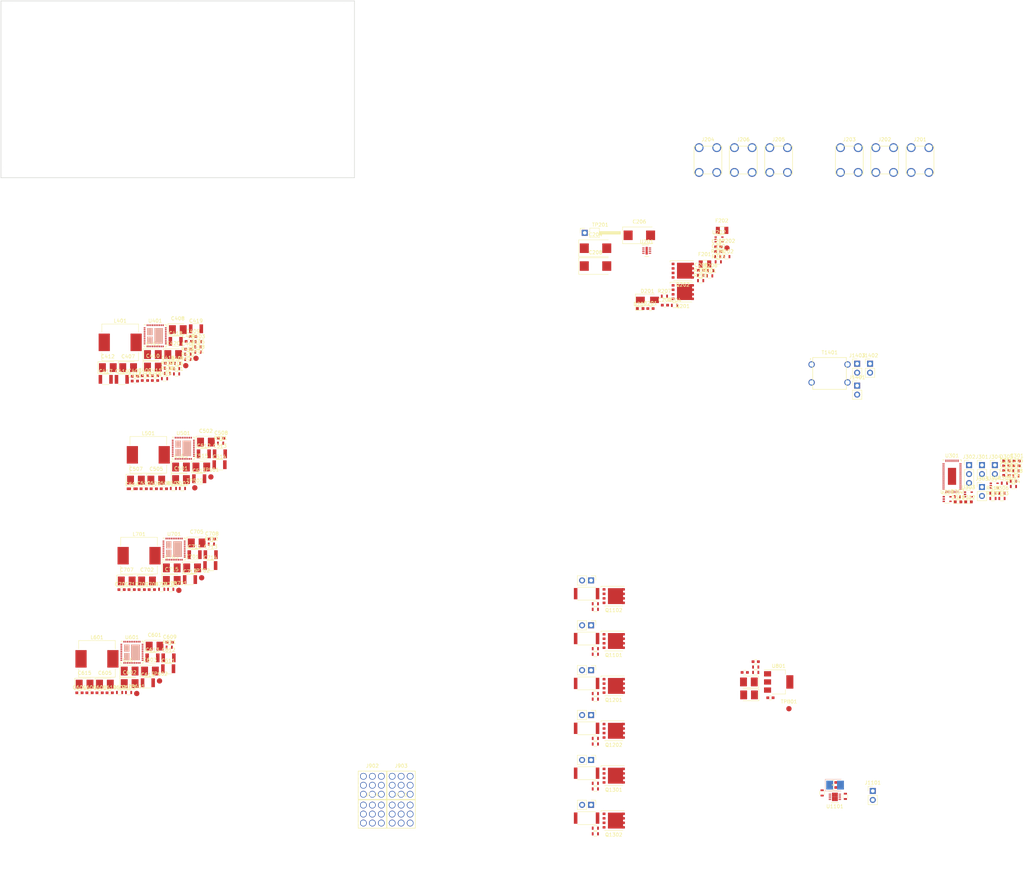
<source format=kicad_pcb>
(kicad_pcb (version 20171130) (host pcbnew "(5.0.0)")
  (layers (0 F.Cu mixed) (1 GND mixed) (2 PWR mixed) (31 B.Cu mixed) (34 B.Paste user) (35 F.Paste user) (36 B.SilkS user) (37 F.SilkS user) (38 B.Mask user) (39 F.Mask user) (44 Edge.Cuts user))
  (net 0 "")
  (net 1 +12Vin)
  (net 2 GND)
  (net 3 +12V)
  (net 4 "Net-(C205-Pad1)")
  (net 5 +5.5V_MNG)
  (net 6 POS5_EXTVCC)
  (net 7 "Net-(C302-Pad1)")
  (net 8 POS5_SS)
  (net 9 POS5_IAVG)
  (net 10 "Net-(C403-Pad2)")
  (net 11 POS5_VOSNS)
  (net 12 "Net-(C404-Pad2)")
  (net 13 "Net-(C404-Pad1)")
  (net 14 +5V)
  (net 15 POS5_COMP)
  (net 16 "Net-(C411-Pad1)")
  (net 17 "Net-(C413-Pad2)")
  (net 18 "Net-(C413-Pad1)")
  (net 19 "/POS5 Phase 1/POS5_ISNS1_+")
  (net 20 "Net-(C506-Pad1)")
  (net 21 "Net-(C508-Pad1)")
  (net 22 "Net-(C508-Pad2)")
  (net 23 "/POS5 Phase 2/POS5_ISNS2_+")
  (net 24 "Net-(C606-Pad1)")
  (net 25 "Net-(C608-Pad2)")
  (net 26 "Net-(C608-Pad1)")
  (net 27 "/POS5 Phase 3/POS5_ISNS3_+")
  (net 28 "Net-(C706-Pad1)")
  (net 29 "Net-(C708-Pad1)")
  (net 30 "Net-(C708-Pad2)")
  (net 31 "/POS5 Phase 4/POS5_ISNS4_+")
  (net 32 "Net-(C803-Pad1)")
  (net 33 "Net-(D202-Pad1)")
  (net 34 "Net-(D301-Pad1)")
  (net 35 "Net-(D302-Pad1)")
  (net 36 "Net-(D303-Pad1)")
  (net 37 "Net-(F201-Pad2)")
  (net 38 "Net-(J301-Pad1)")
  (net 39 POS5_RUN)
  (net 40 POS5_SMOD)
  (net 41 "Net-(J1101-Pad1)")
  (net 42 "Net-(J1102-Pad1)")
  (net 43 "Net-(J1103-Pad1)")
  (net 44 "Net-(J1201-Pad1)")
  (net 45 "Net-(J1202-Pad1)")
  (net 46 "Net-(J1301-Pad1)")
  (net 47 "Net-(J1302-Pad1)")
  (net 48 LOOP_TAP)
  (net 49 "Net-(J1403-Pad1)")
  (net 50 "Net-(L401-Pad1)")
  (net 51 "Net-(L501-Pad1)")
  (net 52 "Net-(L601-Pad1)")
  (net 53 "Net-(L701-Pad1)")
  (net 54 "Net-(Q201-Pad4)")
  (net 55 "Net-(Q201-Pad1)")
  (net 56 "Net-(Q202-Pad4)")
  (net 57 "Net-(Q1101-Pad4)")
  (net 58 "Net-(Q1102-Pad4)")
  (net 59 "Net-(Q1201-Pad4)")
  (net 60 "Net-(Q1202-Pad4)")
  (net 61 "Net-(Q1301-Pad4)")
  (net 62 "Net-(Q1302-Pad4)")
  (net 63 "Net-(R201-Pad2)")
  (net 64 "Net-(R202-Pad2)")
  (net 65 "Net-(R204-Pad2)")
  (net 66 "Net-(R205-Pad1)")
  (net 67 POS12_PGOOD)
  (net 68 "Net-(R209-Pad2)")
  (net 69 "Net-(R303-Pad1)")
  (net 70 ~POS5_THDN)
  (net 71 POS5_PGOOD_OC)
  (net 72 "Net-(R306-Pad2)")
  (net 73 "Net-(R307-Pad2)")
  (net 74 "Net-(R308-Pad2)")
  (net 75 POS5_ILIM)
  (net 76 "Net-(R406-Pad1)")
  (net 77 "/POS5 Phase 1/POS5_VSNS1_-")
  (net 78 "/POS5 Phase 1/POS5_VSNS1_+")
  (net 79 "Net-(R502-Pad1)")
  (net 80 "Net-(R602-Pad1)")
  (net 81 "Net-(R702-Pad1)")
  (net 82 "Net-(R1102-Pad2)")
  (net 83 LOAD_GATE)
  (net 84 "Net-(TP401-Pad1)")
  (net 85 "Net-(TP402-Pad1)")
  (net 86 "Net-(TP501-Pad1)")
  (net 87 "Net-(TP502-Pad1)")
  (net 88 "Net-(TP601-Pad1)")
  (net 89 "Net-(TP602-Pad1)")
  (net 90 "Net-(TP701-Pad1)")
  (net 91 "Net-(TP702-Pad1)")
  (net 92 "Net-(U301-Pad24)")
  (net 93 "Net-(U301-Pad26)")
  (net 94 "Net-(U301-Pad52)")
  (net 95 "Net-(U301-Pad50)")
  (module Resistors_SMD:R_0603 (layer F.Cu) (at 168.148 184.023 180)
    (fp_text reference R1304 hide)
    (fp_text value 10k)
    (pad 2 smd rect (at 0.75 0 180) (size 0.5 0.9) (layers F.Cu F.Paste F.Mask) (net 2 GND))
    (pad 1 smd rect (at -0.75 0 180) (size 0.5 0.9) (layers F.Cu F.Paste F.Mask) (net 62 "Net-(Q1302-Pad4)"))
  )
  (module Resistors_SMD:R_0603 (layer F.Cu) (at 168.148 171.323 180)
    (fp_text reference R1303 hide)
    (fp_text value 10k)
    (pad 2 smd rect (at 0.75 0 180) (size 0.5 0.9) (layers F.Cu F.Paste F.Mask) (net 2 GND))
    (pad 1 smd rect (at -0.75 0 180) (size 0.5 0.9) (layers F.Cu F.Paste F.Mask) (net 61 "Net-(Q1301-Pad4)"))
  )
  (module Resistors_SMD:R_0603 (layer F.Cu) (at 168.148 158.623 180)
    (fp_text reference R1204 hide)
    (fp_text value 10k)
    (pad 2 smd rect (at 0.75 0 180) (size 0.5 0.9) (layers F.Cu F.Paste F.Mask) (net 2 GND))
    (pad 1 smd rect (at -0.75 0 180) (size 0.5 0.9) (layers F.Cu F.Paste F.Mask) (net 60 "Net-(Q1202-Pad4)"))
  )
  (module Resistors_SMD:R_0603 (layer F.Cu) (at 168.148 145.923 180)
    (fp_text reference R1203 hide)
    (fp_text value 10k)
    (pad 2 smd rect (at 0.75 0 180) (size 0.5 0.9) (layers F.Cu F.Paste F.Mask) (net 2 GND))
    (pad 1 smd rect (at -0.75 0 180) (size 0.5 0.9) (layers F.Cu F.Paste F.Mask) (net 59 "Net-(Q1201-Pad4)"))
  )
  (module Resistors_SMD:R_0603 (layer F.Cu) (at 168.148 133.223 180)
    (fp_text reference R1105 hide)
    (fp_text value 10k)
    (pad 2 smd rect (at 0.75 0 180) (size 0.5 0.9) (layers F.Cu F.Paste F.Mask) (net 2 GND))
    (pad 1 smd rect (at -0.75 0 180) (size 0.5 0.9) (layers F.Cu F.Paste F.Mask) (net 57 "Net-(Q1101-Pad4)"))
  )
  (module Resistors_SMD:R_0603 (layer F.Cu) (at 168.148 185.6105 180)
    (fp_text reference R1302 hide)
    (fp_text value 10)
    (pad 1 smd rect (at -0.75 0 180) (size 0.5 0.9) (layers F.Cu F.Paste F.Mask) (net 62 "Net-(Q1302-Pad4)"))
    (pad 2 smd rect (at 0.75 0 180) (size 0.5 0.9) (layers F.Cu F.Paste F.Mask) (net 83 LOAD_GATE))
  )
  (module Resistors_SMD:R_0603 (layer F.Cu) (at 168.148 172.9105 180)
    (fp_text reference R1301 hide)
    (fp_text value 10)
    (pad 1 smd rect (at -0.75 0 180) (size 0.5 0.9) (layers F.Cu F.Paste F.Mask) (net 61 "Net-(Q1301-Pad4)"))
    (pad 2 smd rect (at 0.75 0 180) (size 0.5 0.9) (layers F.Cu F.Paste F.Mask) (net 83 LOAD_GATE))
  )
  (module Resistors_SMD:R_0603 (layer F.Cu) (at 168.148 160.2105 180)
    (fp_text reference R1202 hide)
    (fp_text value 10)
    (pad 1 smd rect (at -0.75 0 180) (size 0.5 0.9) (layers F.Cu F.Paste F.Mask) (net 60 "Net-(Q1202-Pad4)"))
    (pad 2 smd rect (at 0.75 0 180) (size 0.5 0.9) (layers F.Cu F.Paste F.Mask) (net 83 LOAD_GATE))
  )
  (module Resistors_SMD:R_0603 (layer F.Cu) (at 168.148 147.5105 180)
    (fp_text reference R1201 hide)
    (fp_text value 10)
    (pad 1 smd rect (at -0.75 0 180) (size 0.5 0.9) (layers F.Cu F.Paste F.Mask) (net 59 "Net-(Q1201-Pad4)"))
    (pad 2 smd rect (at 0.75 0 180) (size 0.5 0.9) (layers F.Cu F.Paste F.Mask) (net 83 LOAD_GATE))
  )
  (module Resistors_SMD:R_0603 (layer F.Cu) (at 168.148 134.8105 180)
    (fp_text reference R1103 hide)
    (fp_text value 10)
    (pad 1 smd rect (at -0.75 0 180) (size 0.5 0.9) (layers F.Cu F.Paste F.Mask) (net 57 "Net-(Q1101-Pad4)"))
    (pad 2 smd rect (at 0.75 0 180) (size 0.5 0.9) (layers F.Cu F.Paste F.Mask) (net 83 LOAD_GATE))
  )
  (module Resistors_SMD:R_2512 (layer F.Cu) (at 165.6715 181.1655 180)
    (fp_text reference R1306 hide)
    (fp_text value 5m)
    (pad 1 smd rect (at -3.1 0 180) (size 1 3.2) (layers F.Cu F.Paste F.Mask) (net 47 "Net-(J1302-Pad1)"))
    (pad 2 smd rect (at 3.1 0 180) (size 1 3.2) (layers F.Cu F.Paste F.Mask) (net 2 GND))
  )
  (module Resistors_SMD:R_2512 (layer F.Cu) (at 165.6715 168.4655 180)
    (fp_text reference R1305 hide)
    (fp_text value 5m)
    (pad 1 smd rect (at -3.1 0 180) (size 1 3.2) (layers F.Cu F.Paste F.Mask) (net 46 "Net-(J1301-Pad1)"))
    (pad 2 smd rect (at 3.1 0 180) (size 1 3.2) (layers F.Cu F.Paste F.Mask) (net 2 GND))
  )
  (module Resistors_SMD:R_2512 (layer F.Cu) (at 165.6715 155.7655 180)
    (fp_text reference R1206 hide)
    (fp_text value 5m)
    (pad 1 smd rect (at -3.1 0 180) (size 1 3.2) (layers F.Cu F.Paste F.Mask) (net 45 "Net-(J1202-Pad1)"))
    (pad 2 smd rect (at 3.1 0 180) (size 1 3.2) (layers F.Cu F.Paste F.Mask) (net 2 GND))
  )
  (module Resistors_SMD:R_2512 (layer F.Cu) (at 165.6715 143.0655 180)
    (fp_text reference R1205 hide)
    (fp_text value 5m)
    (pad 1 smd rect (at -3.1 0 180) (size 1 3.2) (layers F.Cu F.Paste F.Mask) (net 44 "Net-(J1201-Pad1)"))
    (pad 2 smd rect (at 3.1 0 180) (size 1 3.2) (layers F.Cu F.Paste F.Mask) (net 2 GND))
  )
  (module Resistors_SMD:R_2512 (layer F.Cu) (at 165.6715 130.3655 180)
    (fp_text reference R1107 hide)
    (fp_text value 5m)
    (pad 1 smd rect (at -3.1 0 180) (size 1 3.2) (layers F.Cu F.Paste F.Mask) (net 42 "Net-(J1102-Pad1)"))
    (pad 2 smd rect (at 3.1 0 180) (size 1 3.2) (layers F.Cu F.Paste F.Mask) (net 2 GND))
  )
  (module TO_SOT_Packages_SMD:TDSON-8-1 (layer F.Cu) (at 173.355 181.864)
    (fp_text reference Q1302 (at 0 4) (layer F.SilkS))
    (fp_text value BSC123N10LSGATMA1)
    (pad 5 smd rect (at -0.75 1.09 270) (size 1.55 1.2) (layers F.Cu F.Paste F.Mask) (net 14 +5V))
    (pad 5 smd rect (at -0.75 -1.09 270) (size 1.55 1.2) (layers F.Cu F.Paste F.Mask) (net 14 +5V))
    (pad 5 smd rect (at 1.25 1.09 270) (size 1.55 1.6) (layers F.Cu F.Paste F.Mask) (net 14 +5V))
    (pad 5 smd rect (at 1.25 -1.09 270) (size 1.55 1.6) (layers F.Cu F.Paste F.Mask) (net 14 +5V))
    (pad 5 smd rect (at 0.5 0 270) (size 4.5 4.29) (layers F.Cu F.Paste F.Mask) (net 14 +5V))
    (pad 5 smd rect (at 2.75 -1.91 270) (size 0.7 0.8) (layers F.Cu F.Paste F.Mask) (net 14 +5V))
    (pad 5 smd rect (at 2.75 -0.64 270) (size 0.7 0.8) (layers F.Cu F.Paste F.Mask) (net 14 +5V))
    (pad 5 smd rect (at 2.75 0.64 270) (size 0.7 0.8) (layers F.Cu F.Paste F.Mask) (net 14 +5V))
    (pad 5 smd rect (at 2.75 1.91 270) (size 0.7 0.8) (layers F.Cu F.Paste F.Mask) (net 14 +5V))
    (pad 4 smd rect (at -2.75 1.91 270) (size 0.7 0.8) (layers F.Cu F.Paste F.Mask) (net 62 "Net-(Q1302-Pad4)"))
    (pad 3 smd rect (at -2.75 0.64 270) (size 0.7 0.8) (layers F.Cu F.Paste F.Mask) (net 47 "Net-(J1302-Pad1)"))
    (pad 2 smd rect (at -2.75 -0.64 270) (size 0.7 0.8) (layers F.Cu F.Paste F.Mask) (net 47 "Net-(J1302-Pad1)"))
    (pad 1 smd rect (at -2.75 -1.91 270) (size 0.7 0.8) (layers F.Cu F.Paste F.Mask) (net 47 "Net-(J1302-Pad1)"))
  )
  (module TO_SOT_Packages_SMD:TDSON-8-1 (layer F.Cu) (at 173.355 169.164)
    (fp_text reference Q1301 (at 0 4) (layer F.SilkS))
    (fp_text value BSC123N10LSGATMA1)
    (pad 5 smd rect (at -0.75 1.09 270) (size 1.55 1.2) (layers F.Cu F.Paste F.Mask) (net 14 +5V))
    (pad 5 smd rect (at -0.75 -1.09 270) (size 1.55 1.2) (layers F.Cu F.Paste F.Mask) (net 14 +5V))
    (pad 5 smd rect (at 1.25 1.09 270) (size 1.55 1.6) (layers F.Cu F.Paste F.Mask) (net 14 +5V))
    (pad 5 smd rect (at 1.25 -1.09 270) (size 1.55 1.6) (layers F.Cu F.Paste F.Mask) (net 14 +5V))
    (pad 5 smd rect (at 0.5 0 270) (size 4.5 4.29) (layers F.Cu F.Paste F.Mask) (net 14 +5V))
    (pad 5 smd rect (at 2.75 -1.91 270) (size 0.7 0.8) (layers F.Cu F.Paste F.Mask) (net 14 +5V))
    (pad 5 smd rect (at 2.75 -0.64 270) (size 0.7 0.8) (layers F.Cu F.Paste F.Mask) (net 14 +5V))
    (pad 5 smd rect (at 2.75 0.64 270) (size 0.7 0.8) (layers F.Cu F.Paste F.Mask) (net 14 +5V))
    (pad 5 smd rect (at 2.75 1.91 270) (size 0.7 0.8) (layers F.Cu F.Paste F.Mask) (net 14 +5V))
    (pad 4 smd rect (at -2.75 1.91 270) (size 0.7 0.8) (layers F.Cu F.Paste F.Mask) (net 61 "Net-(Q1301-Pad4)"))
    (pad 3 smd rect (at -2.75 0.64 270) (size 0.7 0.8) (layers F.Cu F.Paste F.Mask) (net 46 "Net-(J1301-Pad1)"))
    (pad 2 smd rect (at -2.75 -0.64 270) (size 0.7 0.8) (layers F.Cu F.Paste F.Mask) (net 46 "Net-(J1301-Pad1)"))
    (pad 1 smd rect (at -2.75 -1.91 270) (size 0.7 0.8) (layers F.Cu F.Paste F.Mask) (net 46 "Net-(J1301-Pad1)"))
  )
  (module TO_SOT_Packages_SMD:TDSON-8-1 (layer F.Cu) (at 173.355 156.464)
    (fp_text reference Q1202 (at 0 4) (layer F.SilkS))
    (fp_text value BSC123N10LSGATMA1)
    (pad 5 smd rect (at -0.75 1.09 270) (size 1.55 1.2) (layers F.Cu F.Paste F.Mask) (net 14 +5V))
    (pad 5 smd rect (at -0.75 -1.09 270) (size 1.55 1.2) (layers F.Cu F.Paste F.Mask) (net 14 +5V))
    (pad 5 smd rect (at 1.25 1.09 270) (size 1.55 1.6) (layers F.Cu F.Paste F.Mask) (net 14 +5V))
    (pad 5 smd rect (at 1.25 -1.09 270) (size 1.55 1.6) (layers F.Cu F.Paste F.Mask) (net 14 +5V))
    (pad 5 smd rect (at 0.5 0 270) (size 4.5 4.29) (layers F.Cu F.Paste F.Mask) (net 14 +5V))
    (pad 5 smd rect (at 2.75 -1.91 270) (size 0.7 0.8) (layers F.Cu F.Paste F.Mask) (net 14 +5V))
    (pad 5 smd rect (at 2.75 -0.64 270) (size 0.7 0.8) (layers F.Cu F.Paste F.Mask) (net 14 +5V))
    (pad 5 smd rect (at 2.75 0.64 270) (size 0.7 0.8) (layers F.Cu F.Paste F.Mask) (net 14 +5V))
    (pad 5 smd rect (at 2.75 1.91 270) (size 0.7 0.8) (layers F.Cu F.Paste F.Mask) (net 14 +5V))
    (pad 4 smd rect (at -2.75 1.91 270) (size 0.7 0.8) (layers F.Cu F.Paste F.Mask) (net 60 "Net-(Q1202-Pad4)"))
    (pad 3 smd rect (at -2.75 0.64 270) (size 0.7 0.8) (layers F.Cu F.Paste F.Mask) (net 45 "Net-(J1202-Pad1)"))
    (pad 2 smd rect (at -2.75 -0.64 270) (size 0.7 0.8) (layers F.Cu F.Paste F.Mask) (net 45 "Net-(J1202-Pad1)"))
    (pad 1 smd rect (at -2.75 -1.91 270) (size 0.7 0.8) (layers F.Cu F.Paste F.Mask) (net 45 "Net-(J1202-Pad1)"))
  )
  (module TO_SOT_Packages_SMD:TDSON-8-1 (layer F.Cu) (at 173.355 143.764)
    (fp_text reference Q1201 (at 0 4) (layer F.SilkS))
    (fp_text value BSC123N10LSGATMA1)
    (pad 5 smd rect (at -0.75 1.09 270) (size 1.55 1.2) (layers F.Cu F.Paste F.Mask) (net 14 +5V))
    (pad 5 smd rect (at -0.75 -1.09 270) (size 1.55 1.2) (layers F.Cu F.Paste F.Mask) (net 14 +5V))
    (pad 5 smd rect (at 1.25 1.09 270) (size 1.55 1.6) (layers F.Cu F.Paste F.Mask) (net 14 +5V))
    (pad 5 smd rect (at 1.25 -1.09 270) (size 1.55 1.6) (layers F.Cu F.Paste F.Mask) (net 14 +5V))
    (pad 5 smd rect (at 0.5 0 270) (size 4.5 4.29) (layers F.Cu F.Paste F.Mask) (net 14 +5V))
    (pad 5 smd rect (at 2.75 -1.91 270) (size 0.7 0.8) (layers F.Cu F.Paste F.Mask) (net 14 +5V))
    (pad 5 smd rect (at 2.75 -0.64 270) (size 0.7 0.8) (layers F.Cu F.Paste F.Mask) (net 14 +5V))
    (pad 5 smd rect (at 2.75 0.64 270) (size 0.7 0.8) (layers F.Cu F.Paste F.Mask) (net 14 +5V))
    (pad 5 smd rect (at 2.75 1.91 270) (size 0.7 0.8) (layers F.Cu F.Paste F.Mask) (net 14 +5V))
    (pad 4 smd rect (at -2.75 1.91 270) (size 0.7 0.8) (layers F.Cu F.Paste F.Mask) (net 59 "Net-(Q1201-Pad4)"))
    (pad 3 smd rect (at -2.75 0.64 270) (size 0.7 0.8) (layers F.Cu F.Paste F.Mask) (net 44 "Net-(J1201-Pad1)"))
    (pad 2 smd rect (at -2.75 -0.64 270) (size 0.7 0.8) (layers F.Cu F.Paste F.Mask) (net 44 "Net-(J1201-Pad1)"))
    (pad 1 smd rect (at -2.75 -1.91 270) (size 0.7 0.8) (layers F.Cu F.Paste F.Mask) (net 44 "Net-(J1201-Pad1)"))
  )
  (module TO_SOT_Packages_SMD:TDSON-8-1 (layer F.Cu) (at 173.355 131.064)
    (fp_text reference Q1101 (at 0 4) (layer F.SilkS))
    (fp_text value BSC123N10LSGATMA1)
    (pad 5 smd rect (at -0.75 1.09 270) (size 1.55 1.2) (layers F.Cu F.Paste F.Mask) (net 14 +5V))
    (pad 5 smd rect (at -0.75 -1.09 270) (size 1.55 1.2) (layers F.Cu F.Paste F.Mask) (net 14 +5V))
    (pad 5 smd rect (at 1.25 1.09 270) (size 1.55 1.6) (layers F.Cu F.Paste F.Mask) (net 14 +5V))
    (pad 5 smd rect (at 1.25 -1.09 270) (size 1.55 1.6) (layers F.Cu F.Paste F.Mask) (net 14 +5V))
    (pad 5 smd rect (at 0.5 0 270) (size 4.5 4.29) (layers F.Cu F.Paste F.Mask) (net 14 +5V))
    (pad 5 smd rect (at 2.75 -1.91 270) (size 0.7 0.8) (layers F.Cu F.Paste F.Mask) (net 14 +5V))
    (pad 5 smd rect (at 2.75 -0.64 270) (size 0.7 0.8) (layers F.Cu F.Paste F.Mask) (net 14 +5V))
    (pad 5 smd rect (at 2.75 0.64 270) (size 0.7 0.8) (layers F.Cu F.Paste F.Mask) (net 14 +5V))
    (pad 5 smd rect (at 2.75 1.91 270) (size 0.7 0.8) (layers F.Cu F.Paste F.Mask) (net 14 +5V))
    (pad 4 smd rect (at -2.75 1.91 270) (size 0.7 0.8) (layers F.Cu F.Paste F.Mask) (net 57 "Net-(Q1101-Pad4)"))
    (pad 3 smd rect (at -2.75 0.64 270) (size 0.7 0.8) (layers F.Cu F.Paste F.Mask) (net 42 "Net-(J1102-Pad1)"))
    (pad 2 smd rect (at -2.75 -0.64 270) (size 0.7 0.8) (layers F.Cu F.Paste F.Mask) (net 42 "Net-(J1102-Pad1)"))
    (pad 1 smd rect (at -2.75 -1.91 270) (size 0.7 0.8) (layers F.Cu F.Paste F.Mask) (net 42 "Net-(J1102-Pad1)"))
  )
  (module Pin_Headers:Pin_Header_Straight_1x02_Pitch2.54mm (layer F.Cu) (at 166.9415 177.419 270)
    (fp_text reference J1302 hide)
    (fp_text value ISNS)
    (pad 2 thru_hole oval (at 0 2.54 270) (size 1.7 1.7) (drill 1) (layers *.Cu *.Mask) (net 2 GND))
    (pad 1 thru_hole rect (at 0 0 270) (size 1.7 1.7) (drill 1) (layers *.Cu *.Mask) (net 47 "Net-(J1302-Pad1)"))
  )
  (module Pin_Headers:Pin_Header_Straight_1x02_Pitch2.54mm (layer F.Cu) (at 166.9415 164.719 270)
    (fp_text reference J1301 hide)
    (fp_text value ISNS)
    (pad 2 thru_hole oval (at 0 2.54 270) (size 1.7 1.7) (drill 1) (layers *.Cu *.Mask) (net 2 GND))
    (pad 1 thru_hole rect (at 0 0 270) (size 1.7 1.7) (drill 1) (layers *.Cu *.Mask) (net 46 "Net-(J1301-Pad1)"))
  )
  (module Pin_Headers:Pin_Header_Straight_1x02_Pitch2.54mm (layer F.Cu) (at 166.9415 152.019 270)
    (fp_text reference J1202 hide)
    (fp_text value ISNS)
    (pad 2 thru_hole oval (at 0 2.54 270) (size 1.7 1.7) (drill 1) (layers *.Cu *.Mask) (net 2 GND))
    (pad 1 thru_hole rect (at 0 0 270) (size 1.7 1.7) (drill 1) (layers *.Cu *.Mask) (net 45 "Net-(J1202-Pad1)"))
  )
  (module Pin_Headers:Pin_Header_Straight_1x02_Pitch2.54mm (layer F.Cu) (at 166.9415 139.319 270)
    (fp_text reference J1201 hide)
    (fp_text value ISNS)
    (pad 2 thru_hole oval (at 0 2.54 270) (size 1.7 1.7) (drill 1) (layers *.Cu *.Mask) (net 2 GND))
    (pad 1 thru_hole rect (at 0 0 270) (size 1.7 1.7) (drill 1) (layers *.Cu *.Mask) (net 44 "Net-(J1201-Pad1)"))
  )
  (module Pin_Headers:Pin_Header_Straight_1x02_Pitch2.54mm (layer F.Cu) (at 166.9415 126.619 270)
    (fp_text reference J1102 hide)
    (fp_text value ISNS)
    (pad 2 thru_hole oval (at 0 2.54 270) (size 1.7 1.7) (drill 1) (layers *.Cu *.Mask) (net 2 GND))
    (pad 1 thru_hole rect (at 0 0 270) (size 1.7 1.7) (drill 1) (layers *.Cu *.Mask) (net 42 "Net-(J1102-Pad1)"))
  )
  (module Capacitors_SMD:C_0603 (layer F.Cu) (at 183.737001 37.011801)
    (fp_text reference C201 (at 0 -1.5) (layer F.SilkS))
    (fp_text value 0.1uF)
    (pad 1 smd rect (at -0.75 0) (size 0.8 0.75) (layers F.Cu F.Paste F.Mask) (net 1 +12Vin))
    (pad 2 smd rect (at 0.75 0) (size 0.8 0.75) (layers F.Cu F.Paste F.Mask) (net 2 GND))
  )
  (module Capacitors_SMD:C_0603 (layer F.Cu) (at 202.937001 20.901801)
    (fp_text reference C202 (at 0 -1.5) (layer F.SilkS))
    (fp_text value 10nF)
    (pad 2 smd rect (at 0.75 0) (size 0.8 0.75) (layers F.Cu F.Paste F.Mask) (net 2 GND))
    (pad 1 smd rect (at -0.75 0) (size 0.8 0.75) (layers F.Cu F.Paste F.Mask) (net 1 +12Vin))
  )
  (module Capacitors_SMD:C_0603 (layer F.Cu) (at 187.837001 36.051801)
    (fp_text reference C203 (at 0 -1.5) (layer F.SilkS))
    (fp_text value 1nF)
    (pad 1 smd rect (at -0.75 0) (size 0.8 0.75) (layers F.Cu F.Paste F.Mask) (net 1 +12Vin))
    (pad 2 smd rect (at 0.75 0) (size 0.8 0.75) (layers F.Cu F.Paste F.Mask) (net 2 GND))
  )
  (module Capacitors_Tantalum_SMD:CP_Tantalum_Case-X_EIA-7343-43_Reflow (layer F.Cu) (at 168.197001 19.941801)
    (fp_text reference C204 (at 0 -3.85) (layer F.SilkS))
    (fp_text value 100uF)
    (pad 2 smd rect (at 3.175 0) (size 2.55 2.7) (layers F.Cu F.Paste F.Mask) (net 2 GND))
    (pad 1 smd rect (at -3.175 0) (size 2.55 2.7) (layers F.Cu F.Paste F.Mask) (net 3 +12V))
  )
  (module Capacitors_SMD:C_0603 (layer F.Cu) (at 198.087001 26.211801)
    (fp_text reference C205 (at 0 -1.5) (layer F.SilkS))
    (fp_text value 10nF)
    (pad 2 smd rect (at 0.75 0) (size 0.8 0.75) (layers F.Cu F.Paste F.Mask) (net 2 GND))
    (pad 1 smd rect (at -0.75 0) (size 0.8 0.75) (layers F.Cu F.Paste F.Mask) (net 4 "Net-(C205-Pad1)"))
  )
  (module Capacitors_Tantalum_SMD:CP_Tantalum_Case-X_EIA-7343-43_Reflow (layer F.Cu) (at 180.597001 16.291801)
    (fp_text reference C206 (at 0 -3.85) (layer F.SilkS))
    (fp_text value 100uF)
    (pad 1 smd rect (at -3.175 0) (size 2.55 2.7) (layers F.Cu F.Paste F.Mask) (net 3 +12V))
    (pad 2 smd rect (at 3.175 0) (size 2.55 2.7) (layers F.Cu F.Paste F.Mask) (net 2 GND))
  )
  (module Capacitors_SMD:C_0603 (layer F.Cu) (at 202.937001 19.551801)
    (fp_text reference C207 (at 0 -1.5) (layer F.SilkS))
    (fp_text value 0.1uF)
    (pad 1 smd rect (at -0.75 0) (size 0.8 0.75) (layers F.Cu F.Paste F.Mask) (net 5 +5.5V_MNG))
    (pad 2 smd rect (at 0.75 0) (size 0.8 0.75) (layers F.Cu F.Paste F.Mask) (net 2 GND))
  )
  (module Capacitors_Tantalum_SMD:CP_Tantalum_Case-X_EIA-7343-43_Reflow (layer F.Cu) (at 168.197001 24.991801)
    (fp_text reference C208 (at 0 -3.85) (layer F.SilkS))
    (fp_text value 100uF)
    (pad 2 smd rect (at 3.175 0) (size 2.55 2.7) (layers F.Cu F.Paste F.Mask) (net 2 GND))
    (pad 1 smd rect (at -3.175 0) (size 2.55 2.7) (layers F.Cu F.Paste F.Mask) (net 3 +12V))
  )
  (module Capacitors_SMD:C_0603 (layer F.Cu) (at 287.374601 80.148201)
    (fp_text reference C301 (at 0 -1.5) (layer F.SilkS))
    (fp_text value 0.1uF)
    (pad 2 smd rect (at 0.75 0) (size 0.8 0.75) (layers F.Cu F.Paste F.Mask) (net 2 GND))
    (pad 1 smd rect (at -0.75 0) (size 0.8 0.75) (layers F.Cu F.Paste F.Mask) (net 6 POS5_EXTVCC))
  )
  (module Capacitors_SMD:C_0603 (layer F.Cu) (at 284.424601 84.198201)
    (fp_text reference C302 (at 0 -1.5) (layer F.SilkS))
    (fp_text value 0.1uF)
    (pad 1 smd rect (at -0.75 0) (size 0.8 0.75) (layers F.Cu F.Paste F.Mask) (net 7 "Net-(C302-Pad1)"))
    (pad 2 smd rect (at 0.75 0) (size 0.8 0.75) (layers F.Cu F.Paste F.Mask) (net 2 GND))
  )
  (module Capacitors_SMD:C_0603 (layer F.Cu) (at 284.424601 82.848201)
    (fp_text reference C303 (at 0 -1.5) (layer F.SilkS))
    (fp_text value 0.1uF)
    (pad 1 smd rect (at -0.75 0) (size 0.8 0.75) (layers F.Cu F.Paste F.Mask) (net 5 +5.5V_MNG))
    (pad 2 smd rect (at 0.75 0) (size 0.8 0.75) (layers F.Cu F.Paste F.Mask) (net 2 GND))
  )
  (module Capacitors_SMD:C_0603 (layer F.Cu) (at 284.424601 81.498201)
    (fp_text reference C304 (at 0 -1.5) (layer F.SilkS))
    (fp_text value 0.1uF)
    (pad 2 smd rect (at 0.75 0) (size 0.8 0.75) (layers F.Cu F.Paste F.Mask) (net 2 GND))
    (pad 1 smd rect (at -0.75 0) (size 0.8 0.75) (layers F.Cu F.Paste F.Mask) (net 5 +5.5V_MNG))
  )
  (module Capacitors_SMD:C_0603 (layer F.Cu) (at 287.274601 81.498201)
    (fp_text reference C305 (at 0 -1.5) (layer F.SilkS))
    (fp_text value 0.1uF)
    (pad 2 smd rect (at 0.75 0) (size 0.8 0.75) (layers F.Cu F.Paste F.Mask) (net 2 GND))
    (pad 1 smd rect (at -0.75 0) (size 0.8 0.75) (layers F.Cu F.Paste F.Mask) (net 5 +5.5V_MNG))
  )
  (module Capacitors_SMD:C_0603 (layer F.Cu) (at 37.876601 57.523801)
    (fp_text reference C401 (at 0 -1.5) (layer F.SilkS))
    (fp_text value 100pF)
    (pad 2 smd rect (at 0.75 0) (size 0.8 0.75) (layers F.Cu F.Paste F.Mask) (net 2 GND))
    (pad 1 smd rect (at -0.75 0) (size 0.8 0.75) (layers F.Cu F.Paste F.Mask) (net 8 POS5_SS))
  )
  (module Capacitors_SMD:C_0603 (layer F.Cu) (at 40.726601 56.023801)
    (fp_text reference C402 (at 0 -1.5) (layer F.SilkS))
    (fp_text value 100pF)
    (pad 1 smd rect (at -0.75 0) (size 0.8 0.75) (layers F.Cu F.Paste F.Mask) (net 9 POS5_IAVG))
    (pad 2 smd rect (at 0.75 0) (size 0.8 0.75) (layers F.Cu F.Paste F.Mask) (net 2 GND))
  )
  (module Capacitors_SMD:C_0603 (layer F.Cu) (at 37.876601 56.173801)
    (fp_text reference C403 (at 0 -1.5) (layer F.SilkS))
    (fp_text value 3300pF)
    (pad 2 smd rect (at 0.75 0) (size 0.8 0.75) (layers F.Cu F.Paste F.Mask) (net 10 "Net-(C403-Pad2)"))
    (pad 1 smd rect (at -0.75 0) (size 0.8 0.75) (layers F.Cu F.Paste F.Mask) (net 11 POS5_VOSNS))
  )
  (module Capacitors_SMD:C_0603 (layer F.Cu) (at 53.126601 46.303801)
    (fp_text reference C404 (at 0 -1.5) (layer F.SilkS))
    (fp_text value 2200pF)
    (pad 2 smd rect (at 0.75 0) (size 0.8 0.75) (layers F.Cu F.Paste F.Mask) (net 12 "Net-(C404-Pad2)"))
    (pad 1 smd rect (at -0.75 0) (size 0.8 0.75) (layers F.Cu F.Paste F.Mask) (net 13 "Net-(C404-Pad1)"))
  )
  (module Capacitors_Tantalum_SMD:CP_Tantalum_Case-B_EIA-3528-21_Reflow (layer F.Cu) (at 42.976601 50.023801)
    (fp_text reference C405 (at 0 -3.15) (layer F.SilkS))
    (fp_text value 100uF)
    (pad 1 smd rect (at -1.525 0) (size 1.95 2.5) (layers F.Cu F.Paste F.Mask) (net 14 +5V))
    (pad 2 smd rect (at 1.525 0) (size 1.95 2.5) (layers F.Cu F.Paste F.Mask) (net 2 GND))
  )
  (module Capacitors_SMD:C_0603 (layer F.Cu) (at 53.026601 48.503801)
    (fp_text reference C406 (at 0 -1.5) (layer F.SilkS))
    (fp_text value 100pF)
    (pad 1 smd rect (at -0.75 0) (size 0.8 0.75) (layers F.Cu F.Paste F.Mask) (net 15 POS5_COMP))
    (pad 2 smd rect (at 0.75 0) (size 0.8 0.75) (layers F.Cu F.Paste F.Mask) (net 12 "Net-(C404-Pad2)"))
  )
  (module Capacitors_Tantalum_SMD:CP_Tantalum_Case-B_EIA-3528-21_Reflow (layer F.Cu) (at 35.976601 53.723801)
    (fp_text reference C407 (at 0 -3.15) (layer F.SilkS))
    (fp_text value 100uF)
    (pad 2 smd rect (at 1.525 0) (size 1.95 2.5) (layers F.Cu F.Paste F.Mask) (net 2 GND))
    (pad 1 smd rect (at -1.525 0) (size 1.95 2.5) (layers F.Cu F.Paste F.Mask) (net 14 +5V))
  )
  (module Capacitors_Tantalum_SMD:CP_Tantalum_Case-B_EIA-3528-21_Reflow (layer F.Cu) (at 50.026601 42.973801)
    (fp_text reference C408 (at 0 -3.15) (layer F.SilkS))
    (fp_text value 100uF)
    (pad 1 smd rect (at -1.525 0) (size 1.95 2.5) (layers F.Cu F.Paste F.Mask) (net 14 +5V))
    (pad 2 smd rect (at 1.525 0) (size 1.95 2.5) (layers F.Cu F.Paste F.Mask) (net 2 GND))
  )
  (module Capacitors_SMD:C_0603 (layer F.Cu) (at 54.326601 44.953801)
    (fp_text reference C409 (at 0 -1.5) (layer F.SilkS))
    (fp_text value 1uF)
    (pad 1 smd rect (at -0.75 0) (size 0.8 0.75) (layers F.Cu F.Paste F.Mask) (net 5 +5.5V_MNG))
    (pad 2 smd rect (at 0.75 0) (size 0.8 0.75) (layers F.Cu F.Paste F.Mask) (net 2 GND))
  )
  (module Capacitors_Tantalum_SMD:CP_Tantalum_Case-B_EIA-3528-21_Reflow (layer F.Cu) (at 42.976601 53.573801)
    (fp_text reference C410 (at 0 -3.15) (layer F.SilkS))
    (fp_text value 100uF)
    (pad 2 smd rect (at 1.525 0) (size 1.95 2.5) (layers F.Cu F.Paste F.Mask) (net 2 GND))
    (pad 1 smd rect (at -1.525 0) (size 1.95 2.5) (layers F.Cu F.Paste F.Mask) (net 14 +5V))
  )
  (module Capacitors_SMD:C_0603 (layer F.Cu) (at 43.576601 56.023801)
    (fp_text reference C411 (at 0 -1.5) (layer F.SilkS))
    (fp_text value 0.1uF)
    (pad 1 smd rect (at -0.75 0) (size 0.8 0.75) (layers F.Cu F.Paste F.Mask) (net 16 "Net-(C411-Pad1)"))
    (pad 2 smd rect (at 0.75 0) (size 0.8 0.75) (layers F.Cu F.Paste F.Mask) (net 2 GND))
  )
  (module Capacitors_Tantalum_SMD:CP_Tantalum_Case-B_EIA-3528-21_Reflow (layer F.Cu) (at 30.226601 53.723801)
    (fp_text reference C412 (at 0 -3.15) (layer F.SilkS))
    (fp_text value 100uF)
    (pad 1 smd rect (at -1.525 0) (size 1.95 2.5) (layers F.Cu F.Paste F.Mask) (net 14 +5V))
    (pad 2 smd rect (at 1.525 0) (size 1.95 2.5) (layers F.Cu F.Paste F.Mask) (net 2 GND))
  )
  (module Capacitors_SMD:C_0603 (layer F.Cu) (at 40.726601 57.373801)
    (fp_text reference C413 (at 0 -1.5) (layer F.SilkS))
    (fp_text value 0.1uF)
    (pad 2 smd rect (at 0.75 0) (size 0.8 0.75) (layers F.Cu F.Paste F.Mask) (net 17 "Net-(C413-Pad2)"))
    (pad 1 smd rect (at -0.75 0) (size 0.8 0.75) (layers F.Cu F.Paste F.Mask) (net 18 "Net-(C413-Pad1)"))
  )
  (module Capacitors_SMD:C_0603 (layer F.Cu) (at 43.576601 57.373801)
    (fp_text reference C414 (at 0 -1.5) (layer F.SilkS))
    (fp_text value 1uF)
    (pad 2 smd rect (at 0.75 0) (size 0.8 0.75) (layers F.Cu F.Paste F.Mask) (net 2 GND))
    (pad 1 smd rect (at -0.75 0) (size 0.8 0.75) (layers F.Cu F.Paste F.Mask) (net 3 +12V))
  )
  (module Capacitors_SMD:C_0603 (layer F.Cu) (at 47.276601 52.473801)
    (fp_text reference C415 (at 0 -1.5) (layer F.SilkS))
    (fp_text value 0.22uF)
    (pad 1 smd rect (at -0.75 0) (size 0.8 0.75) (layers F.Cu F.Paste F.Mask) (net 14 +5V))
    (pad 2 smd rect (at 0.75 0) (size 0.8 0.75) (layers F.Cu F.Paste F.Mask) (net 19 "/POS5 Phase 1/POS5_ISNS1_+"))
  )
  (module Capacitors_SMD:C_1210 (layer F.Cu) (at 34.176601 57.038801)
    (fp_text reference C416 (at 0 -2.25) (layer F.SilkS))
    (fp_text value 22uF)
    (pad 2 smd rect (at 1.5 0) (size 1 2.5) (layers F.Cu F.Paste F.Mask) (net 2 GND))
    (pad 1 smd rect (at -1.5 0) (size 1 2.5) (layers F.Cu F.Paste F.Mask) (net 3 +12V))
  )
  (module Capacitors_SMD:C_1210 (layer F.Cu) (at 29.626601 57.038801)
    (fp_text reference C417 (at 0 -2.25) (layer F.SilkS))
    (fp_text value 100uF)
    (pad 1 smd rect (at -1.5 0) (size 1 2.5) (layers F.Cu F.Paste F.Mask) (net 14 +5V))
    (pad 2 smd rect (at 1.5 0) (size 1 2.5) (layers F.Cu F.Paste F.Mask) (net 2 GND))
  )
  (module Capacitors_SMD:C_1210 (layer F.Cu) (at 49.426601 46.288801)
    (fp_text reference C418 (at 0 -2.25) (layer F.SilkS))
    (fp_text value 22uF)
    (pad 2 smd rect (at 1.5 0) (size 1 2.5) (layers F.Cu F.Paste F.Mask) (net 2 GND))
    (pad 1 smd rect (at -1.5 0) (size 1 2.5) (layers F.Cu F.Paste F.Mask) (net 3 +12V))
  )
  (module Capacitors_SMD:C_1210 (layer F.Cu) (at 55.176601 42.738801)
    (fp_text reference C419 (at 0 -2.25) (layer F.SilkS))
    (fp_text value 100uF)
    (pad 2 smd rect (at 1.5 0) (size 1 2.5) (layers F.Cu F.Paste F.Mask) (net 2 GND))
    (pad 1 smd rect (at -1.5 0) (size 1 2.5) (layers F.Cu F.Paste F.Mask) (net 14 +5V))
  )
  (module Capacitors_Tantalum_SMD:CP_Tantalum_Case-B_EIA-3528-21_Reflow (layer F.Cu) (at 48.726601 50.023801)
    (fp_text reference C420 (at 0 -3.15) (layer F.SilkS))
    (fp_text value 100uF)
    (pad 2 smd rect (at 1.525 0) (size 1.95 2.5) (layers F.Cu F.Paste F.Mask) (net 2 GND))
    (pad 1 smd rect (at -1.525 0) (size 1.95 2.5) (layers F.Cu F.Paste F.Mask) (net 14 +5V))
  )
  (module Capacitors_Tantalum_SMD:CP_Tantalum_Case-B_EIA-3528-21_Reflow (layer F.Cu) (at 50.931001 85.394601)
    (fp_text reference C501 (at 0 -3.15) (layer F.SilkS))
    (fp_text value 100uF)
    (pad 2 smd rect (at 1.525 0) (size 1.95 2.5) (layers F.Cu F.Paste F.Mask) (net 2 GND))
    (pad 1 smd rect (at -1.525 0) (size 1.95 2.5) (layers F.Cu F.Paste F.Mask) (net 14 +5V))
  )
  (module Capacitors_Tantalum_SMD:CP_Tantalum_Case-B_EIA-3528-21_Reflow (layer F.Cu) (at 57.981001 74.794601)
    (fp_text reference C502 (at 0 -3.15) (layer F.SilkS))
    (fp_text value 100uF)
    (pad 1 smd rect (at -1.525 0) (size 1.95 2.5) (layers F.Cu F.Paste F.Mask) (net 14 +5V))
    (pad 2 smd rect (at 1.525 0) (size 1.95 2.5) (layers F.Cu F.Paste F.Mask) (net 2 GND))
  )
  (module Capacitors_Tantalum_SMD:CP_Tantalum_Case-B_EIA-3528-21_Reflow (layer F.Cu) (at 50.931001 81.844601)
    (fp_text reference C503 (at 0 -3.15) (layer F.SilkS))
    (fp_text value 100uF)
    (pad 2 smd rect (at 1.525 0) (size 1.95 2.5) (layers F.Cu F.Paste F.Mask) (net 2 GND))
    (pad 1 smd rect (at -1.525 0) (size 1.95 2.5) (layers F.Cu F.Paste F.Mask) (net 14 +5V))
  )
  (module Capacitors_SMD:C_0603_HandSoldering (layer F.Cu) (at 37.131001 87.994601)
    (fp_text reference C504 (at 0 -1.25) (layer F.SilkS))
    (fp_text value 1uF)
    (pad 2 smd rect (at 0.95 0) (size 1.2 0.75) (layers F.Cu F.Paste F.Mask) (net 2 GND))
    (pad 1 smd rect (at -0.95 0) (size 1.2 0.75) (layers F.Cu F.Paste F.Mask) (net 5 +5.5V_MNG))
  )
  (module Capacitors_Tantalum_SMD:CP_Tantalum_Case-B_EIA-3528-21_Reflow (layer F.Cu) (at 43.931001 85.544601)
    (fp_text reference C505 (at 0 -3.15) (layer F.SilkS))
    (fp_text value 100uF)
    (pad 1 smd rect (at -1.525 0) (size 1.95 2.5) (layers F.Cu F.Paste F.Mask) (net 14 +5V))
    (pad 2 smd rect (at 1.525 0) (size 1.95 2.5) (layers F.Cu F.Paste F.Mask) (net 2 GND))
  )
  (module Capacitors_SMD:C_0603 (layer F.Cu) (at 46.081001 87.994601)
    (fp_text reference C506 (at 0 -1.5) (layer F.SilkS))
    (fp_text value 0.1uF)
    (pad 1 smd rect (at -0.75 0) (size 0.8 0.75) (layers F.Cu F.Paste F.Mask) (net 20 "Net-(C506-Pad1)"))
    (pad 2 smd rect (at 0.75 0) (size 0.8 0.75) (layers F.Cu F.Paste F.Mask) (net 2 GND))
  )
  (module Capacitors_Tantalum_SMD:CP_Tantalum_Case-B_EIA-3528-21_Reflow (layer F.Cu) (at 38.181001 85.544601)
    (fp_text reference C507 (at 0 -3.15) (layer F.SilkS))
    (fp_text value 100uF)
    (pad 2 smd rect (at 1.525 0) (size 1.95 2.5) (layers F.Cu F.Paste F.Mask) (net 2 GND))
    (pad 1 smd rect (at -1.525 0) (size 1.95 2.5) (layers F.Cu F.Paste F.Mask) (net 14 +5V))
  )
  (module Capacitors_SMD:C_0603 (layer F.Cu) (at 62.281001 73.694601)
    (fp_text reference C508 (at 0 -1.5) (layer F.SilkS))
    (fp_text value 0.1uF)
    (pad 1 smd rect (at -0.75 0) (size 0.8 0.75) (layers F.Cu F.Paste F.Mask) (net 21 "Net-(C508-Pad1)"))
    (pad 2 smd rect (at 0.75 0) (size 0.8 0.75) (layers F.Cu F.Paste F.Mask) (net 22 "Net-(C508-Pad2)"))
  )
  (module Capacitors_SMD:C_0603 (layer F.Cu) (at 43.231001 87.994601)
    (fp_text reference C509 (at 0 -1.5) (layer F.SilkS))
    (fp_text value 1uF)
    (pad 2 smd rect (at 0.75 0) (size 0.8 0.75) (layers F.Cu F.Paste F.Mask) (net 2 GND))
    (pad 1 smd rect (at -0.75 0) (size 0.8 0.75) (layers F.Cu F.Paste F.Mask) (net 3 +12V))
  )
  (module Capacitors_SMD:C_0603 (layer F.Cu) (at 40.381001 87.994601)
    (fp_text reference C510 (at 0 -1.5) (layer F.SilkS))
    (fp_text value 0.22uF)
    (pad 2 smd rect (at 0.75 0) (size 0.8 0.75) (layers F.Cu F.Paste F.Mask) (net 23 "/POS5 Phase 2/POS5_ISNS2_+"))
    (pad 1 smd rect (at -0.75 0) (size 0.8 0.75) (layers F.Cu F.Paste F.Mask) (net 14 +5V))
  )
  (module Capacitors_SMD:C_1210 (layer F.Cu) (at 56.081001 85.159601)
    (fp_text reference C511 (at 0 -2.25) (layer F.SilkS))
    (fp_text value 22uF)
    (pad 1 smd rect (at -1.5 0) (size 1 2.5) (layers F.Cu F.Paste F.Mask) (net 3 +12V))
    (pad 2 smd rect (at 1.5 0) (size 1 2.5) (layers F.Cu F.Paste F.Mask) (net 2 GND))
  )
  (module Capacitors_SMD:C_1210 (layer F.Cu) (at 57.381001 78.109601)
    (fp_text reference C512 (at 0 -2.25) (layer F.SilkS))
    (fp_text value 100uF)
    (pad 2 smd rect (at 1.5 0) (size 1 2.5) (layers F.Cu F.Paste F.Mask) (net 2 GND))
    (pad 1 smd rect (at -1.5 0) (size 1 2.5) (layers F.Cu F.Paste F.Mask) (net 14 +5V))
  )
  (module Capacitors_SMD:C_1210 (layer F.Cu) (at 61.931001 78.109601)
    (fp_text reference C513 (at 0 -2.25) (layer F.SilkS))
    (fp_text value 22uF)
    (pad 2 smd rect (at 1.5 0) (size 1 2.5) (layers F.Cu F.Paste F.Mask) (net 2 GND))
    (pad 1 smd rect (at -1.5 0) (size 1 2.5) (layers F.Cu F.Paste F.Mask) (net 3 +12V))
  )
  (module Capacitors_SMD:C_1210 (layer F.Cu) (at 61.831001 81.189601)
    (fp_text reference C514 (at 0 -2.25) (layer F.SilkS))
    (fp_text value 100uF)
    (pad 1 smd rect (at -1.5 0) (size 1 2.5) (layers F.Cu F.Paste F.Mask) (net 14 +5V))
    (pad 2 smd rect (at 1.5 0) (size 1 2.5) (layers F.Cu F.Paste F.Mask) (net 2 GND))
  )
  (module Capacitors_Tantalum_SMD:CP_Tantalum_Case-B_EIA-3528-21_Reflow (layer F.Cu) (at 56.681001 81.844601)
    (fp_text reference C515 (at 0 -3.15) (layer F.SilkS))
    (fp_text value 100uF)
    (pad 1 smd rect (at -1.525 0) (size 1.95 2.5) (layers F.Cu F.Paste F.Mask) (net 14 +5V))
    (pad 2 smd rect (at 1.525 0) (size 1.95 2.5) (layers F.Cu F.Paste F.Mask) (net 2 GND))
  )
  (module Capacitors_Tantalum_SMD:CP_Tantalum_Case-B_EIA-3528-21_Reflow (layer F.Cu) (at 43.453401 132.513001)
    (fp_text reference C601 (at 0 -3.15) (layer F.SilkS))
    (fp_text value 100uF)
    (pad 1 smd rect (at -1.525 0) (size 1.95 2.5) (layers F.Cu F.Paste F.Mask) (net 14 +5V))
    (pad 2 smd rect (at 1.525 0) (size 1.95 2.5) (layers F.Cu F.Paste F.Mask) (net 2 GND))
  )
  (module Capacitors_Tantalum_SMD:CP_Tantalum_Case-B_EIA-3528-21_Reflow (layer F.Cu) (at 36.403401 143.113001)
    (fp_text reference C602 (at 0 -3.15) (layer F.SilkS))
    (fp_text value 100uF)
    (pad 2 smd rect (at 1.525 0) (size 1.95 2.5) (layers F.Cu F.Paste F.Mask) (net 2 GND))
    (pad 1 smd rect (at -1.525 0) (size 1.95 2.5) (layers F.Cu F.Paste F.Mask) (net 14 +5V))
  )
  (module Capacitors_Tantalum_SMD:CP_Tantalum_Case-B_EIA-3528-21_Reflow (layer F.Cu) (at 42.153401 139.563001)
    (fp_text reference C603 (at 0 -3.15) (layer F.SilkS))
    (fp_text value 100uF)
    (pad 1 smd rect (at -1.525 0) (size 1.95 2.5) (layers F.Cu F.Paste F.Mask) (net 14 +5V))
    (pad 2 smd rect (at 1.525 0) (size 1.95 2.5) (layers F.Cu F.Paste F.Mask) (net 2 GND))
  )
  (module Capacitors_SMD:C_0603 (layer F.Cu) (at 22.203401 145.713001)
    (fp_text reference C604 (at 0 -1.5) (layer F.SilkS))
    (fp_text value 1uF)
    (pad 1 smd rect (at -0.75 0) (size 0.8 0.75) (layers F.Cu F.Paste F.Mask) (net 5 +5.5V_MNG))
    (pad 2 smd rect (at 0.75 0) (size 0.8 0.75) (layers F.Cu F.Paste F.Mask) (net 2 GND))
  )
  (module Capacitors_Tantalum_SMD:CP_Tantalum_Case-B_EIA-3528-21_Reflow (layer F.Cu) (at 29.403401 143.263001)
    (fp_text reference C605 (at 0 -3.15) (layer F.SilkS))
    (fp_text value 100uF)
    (pad 2 smd rect (at 1.525 0) (size 1.95 2.5) (layers F.Cu F.Paste F.Mask) (net 2 GND))
    (pad 1 smd rect (at -1.525 0) (size 1.95 2.5) (layers F.Cu F.Paste F.Mask) (net 14 +5V))
  )
  (module Capacitors_SMD:C_0603 (layer F.Cu) (at 25.053401 145.713001)
    (fp_text reference C606 (at 0 -1.5) (layer F.SilkS))
    (fp_text value 0.1uF)
    (pad 1 smd rect (at -0.75 0) (size 0.8 0.75) (layers F.Cu F.Paste F.Mask) (net 24 "Net-(C606-Pad1)"))
    (pad 2 smd rect (at 0.75 0) (size 0.8 0.75) (layers F.Cu F.Paste F.Mask) (net 2 GND))
  )
  (module Capacitors_Tantalum_SMD:CP_Tantalum_Case-B_EIA-3528-21_Reflow (layer F.Cu) (at 36.403401 139.563001)
    (fp_text reference C607 (at 0 -3.15) (layer F.SilkS))
    (fp_text value 100uF)
    (pad 2 smd rect (at 1.525 0) (size 1.95 2.5) (layers F.Cu F.Paste F.Mask) (net 2 GND))
    (pad 1 smd rect (at -1.525 0) (size 1.95 2.5) (layers F.Cu F.Paste F.Mask) (net 14 +5V))
  )
  (module Capacitors_SMD:C_0603 (layer F.Cu) (at 27.903401 145.713001)
    (fp_text reference C608 (at 0 -1.5) (layer F.SilkS))
    (fp_text value 0.1uF)
    (pad 2 smd rect (at 0.75 0) (size 0.8 0.75) (layers F.Cu F.Paste F.Mask) (net 25 "Net-(C608-Pad2)"))
    (pad 1 smd rect (at -0.75 0) (size 0.8 0.75) (layers F.Cu F.Paste F.Mask) (net 26 "Net-(C608-Pad1)"))
  )
  (module Capacitors_SMD:C_0603 (layer F.Cu) (at 47.753401 131.413001)
    (fp_text reference C609 (at 0 -1.5) (layer F.SilkS))
    (fp_text value 1uF)
    (pad 2 smd rect (at 0.75 0) (size 0.8 0.75) (layers F.Cu F.Paste F.Mask) (net 2 GND))
    (pad 1 smd rect (at -0.75 0) (size 0.8 0.75) (layers F.Cu F.Paste F.Mask) (net 3 +12V))
  )
  (module Capacitors_SMD:C_0603 (layer F.Cu) (at 30.753401 145.713001)
    (fp_text reference C610 (at 0 -1.5) (layer F.SilkS))
    (fp_text value 0.22uF)
    (pad 2 smd rect (at 0.75 0) (size 0.8 0.75) (layers F.Cu F.Paste F.Mask) (net 27 "/POS5 Phase 3/POS5_ISNS3_+"))
    (pad 1 smd rect (at -0.75 0) (size 0.8 0.75) (layers F.Cu F.Paste F.Mask) (net 14 +5V))
  )
  (module Capacitors_SMD:C_1210 (layer F.Cu) (at 47.303401 138.908001)
    (fp_text reference C611 (at 0 -2.25) (layer F.SilkS))
    (fp_text value 22uF)
    (pad 1 smd rect (at -1.5 0) (size 1 2.5) (layers F.Cu F.Paste F.Mask) (net 3 +12V))
    (pad 2 smd rect (at 1.5 0) (size 1 2.5) (layers F.Cu F.Paste F.Mask) (net 2 GND))
  )
  (module Capacitors_SMD:C_1210 (layer F.Cu) (at 47.403401 135.828001)
    (fp_text reference C612 (at 0 -2.25) (layer F.SilkS))
    (fp_text value 100uF)
    (pad 2 smd rect (at 1.5 0) (size 1 2.5) (layers F.Cu F.Paste F.Mask) (net 2 GND))
    (pad 1 smd rect (at -1.5 0) (size 1 2.5) (layers F.Cu F.Paste F.Mask) (net 14 +5V))
  )
  (module Capacitors_SMD:C_1210 (layer F.Cu) (at 42.853401 135.828001)
    (fp_text reference C613 (at 0 -2.25) (layer F.SilkS))
    (fp_text value 22uF)
    (pad 2 smd rect (at 1.5 0) (size 1 2.5) (layers F.Cu F.Paste F.Mask) (net 2 GND))
    (pad 1 smd rect (at -1.5 0) (size 1 2.5) (layers F.Cu F.Paste F.Mask) (net 3 +12V))
  )
  (module Capacitors_SMD:C_1210 (layer F.Cu) (at 41.553401 142.878001)
    (fp_text reference C614 (at 0 -2.25) (layer F.SilkS))
    (fp_text value 100uF)
    (pad 1 smd rect (at -1.5 0) (size 1 2.5) (layers F.Cu F.Paste F.Mask) (net 14 +5V))
    (pad 2 smd rect (at 1.5 0) (size 1 2.5) (layers F.Cu F.Paste F.Mask) (net 2 GND))
  )
  (module Capacitors_Tantalum_SMD:CP_Tantalum_Case-B_EIA-3528-21_Reflow (layer F.Cu) (at 23.653401 143.263001)
    (fp_text reference C615 (at 0 -3.15) (layer F.SilkS))
    (fp_text value 100uF)
    (pad 2 smd rect (at 1.525 0) (size 1.95 2.5) (layers F.Cu F.Paste F.Mask) (net 2 GND))
    (pad 1 smd rect (at -1.525 0) (size 1.95 2.5) (layers F.Cu F.Paste F.Mask) (net 14 +5V))
  )
  (module Capacitors_Tantalum_SMD:CP_Tantalum_Case-B_EIA-3528-21_Reflow (layer F.Cu) (at 54.071401 110.374201)
    (fp_text reference C701 (at 0 -3.15) (layer F.SilkS))
    (fp_text value 100uF)
    (pad 2 smd rect (at 1.525 0) (size 1.95 2.5) (layers F.Cu F.Paste F.Mask) (net 2 GND))
    (pad 1 smd rect (at -1.525 0) (size 1.95 2.5) (layers F.Cu F.Paste F.Mask) (net 14 +5V))
  )
  (module Capacitors_Tantalum_SMD:CP_Tantalum_Case-B_EIA-3528-21_Reflow (layer F.Cu) (at 41.321401 114.074201)
    (fp_text reference C702 (at 0 -3.15) (layer F.SilkS))
    (fp_text value 100uF)
    (pad 1 smd rect (at -1.525 0) (size 1.95 2.5) (layers F.Cu F.Paste F.Mask) (net 14 +5V))
    (pad 2 smd rect (at 1.525 0) (size 1.95 2.5) (layers F.Cu F.Paste F.Mask) (net 2 GND))
  )
  (module Capacitors_Tantalum_SMD:CP_Tantalum_Case-B_EIA-3528-21_Reflow (layer F.Cu) (at 48.321401 110.374201)
    (fp_text reference C703 (at 0 -3.15) (layer F.SilkS))
    (fp_text value 100uF)
    (pad 2 smd rect (at 1.525 0) (size 1.95 2.5) (layers F.Cu F.Paste F.Mask) (net 2 GND))
    (pad 1 smd rect (at -1.525 0) (size 1.95 2.5) (layers F.Cu F.Paste F.Mask) (net 14 +5V))
  )
  (module Capacitors_SMD:C_0603 (layer F.Cu) (at 34.121401 116.524201)
    (fp_text reference C704 (at 0 -1.5) (layer F.SilkS))
    (fp_text value 1uF)
    (pad 1 smd rect (at -0.75 0) (size 0.8 0.75) (layers F.Cu F.Paste F.Mask) (net 5 +5.5V_MNG))
    (pad 2 smd rect (at 0.75 0) (size 0.8 0.75) (layers F.Cu F.Paste F.Mask) (net 2 GND))
  )
  (module Capacitors_Tantalum_SMD:CP_Tantalum_Case-B_EIA-3528-21_Reflow (layer F.Cu) (at 55.371401 103.324201)
    (fp_text reference C705 (at 0 -3.15) (layer F.SilkS))
    (fp_text value 100uF)
    (pad 1 smd rect (at -1.525 0) (size 1.95 2.5) (layers F.Cu F.Paste F.Mask) (net 14 +5V))
    (pad 2 smd rect (at 1.525 0) (size 1.95 2.5) (layers F.Cu F.Paste F.Mask) (net 2 GND))
  )
  (module Capacitors_SMD:C_0603 (layer F.Cu) (at 42.671401 116.524201)
    (fp_text reference C706 (at 0 -1.5) (layer F.SilkS))
    (fp_text value 0.1uF)
    (pad 1 smd rect (at -0.75 0) (size 0.8 0.75) (layers F.Cu F.Paste F.Mask) (net 28 "Net-(C706-Pad1)"))
    (pad 2 smd rect (at 0.75 0) (size 0.8 0.75) (layers F.Cu F.Paste F.Mask) (net 2 GND))
  )
  (module Capacitors_Tantalum_SMD:CP_Tantalum_Case-B_EIA-3528-21_Reflow (layer F.Cu) (at 35.571401 114.074201)
    (fp_text reference C707 (at 0 -3.15) (layer F.SilkS))
    (fp_text value 100uF)
    (pad 2 smd rect (at 1.525 0) (size 1.95 2.5) (layers F.Cu F.Paste F.Mask) (net 2 GND))
    (pad 1 smd rect (at -1.525 0) (size 1.95 2.5) (layers F.Cu F.Paste F.Mask) (net 14 +5V))
  )
  (module Capacitors_SMD:C_0603 (layer F.Cu) (at 59.671401 102.224201)
    (fp_text reference C708 (at 0 -1.5) (layer F.SilkS))
    (fp_text value 0.1uF)
    (pad 1 smd rect (at -0.75 0) (size 0.8 0.75) (layers F.Cu F.Paste F.Mask) (net 29 "Net-(C708-Pad1)"))
    (pad 2 smd rect (at 0.75 0) (size 0.8 0.75) (layers F.Cu F.Paste F.Mask) (net 30 "Net-(C708-Pad2)"))
  )
  (module Capacitors_SMD:C_0603 (layer F.Cu) (at 39.821401 116.524201)
    (fp_text reference C709 (at 0 -1.5) (layer F.SilkS))
    (fp_text value 1uF)
    (pad 2 smd rect (at 0.75 0) (size 0.8 0.75) (layers F.Cu F.Paste F.Mask) (net 2 GND))
    (pad 1 smd rect (at -0.75 0) (size 0.8 0.75) (layers F.Cu F.Paste F.Mask) (net 3 +12V))
  )
  (module Capacitors_SMD:C_0603 (layer F.Cu) (at 36.971401 116.524201)
    (fp_text reference C710 (at 0 -1.5) (layer F.SilkS))
    (fp_text value 0.22uF)
    (pad 2 smd rect (at 0.75 0) (size 0.8 0.75) (layers F.Cu F.Paste F.Mask) (net 31 "/POS5 Phase 4/POS5_ISNS4_+"))
    (pad 1 smd rect (at -0.75 0) (size 0.8 0.75) (layers F.Cu F.Paste F.Mask) (net 14 +5V))
  )
  (module Capacitors_SMD:C_1210 (layer F.Cu) (at 54.771401 106.639201)
    (fp_text reference C711 (at 0 -2.25) (layer F.SilkS))
    (fp_text value 22uF)
    (pad 1 smd rect (at -1.5 0) (size 1 2.5) (layers F.Cu F.Paste F.Mask) (net 3 +12V))
    (pad 2 smd rect (at 1.5 0) (size 1 2.5) (layers F.Cu F.Paste F.Mask) (net 2 GND))
  )
  (module Capacitors_SMD:C_1210 (layer F.Cu) (at 53.471401 113.689201)
    (fp_text reference C712 (at 0 -2.25) (layer F.SilkS))
    (fp_text value 100uF)
    (pad 2 smd rect (at 1.5 0) (size 1 2.5) (layers F.Cu F.Paste F.Mask) (net 2 GND))
    (pad 1 smd rect (at -1.5 0) (size 1 2.5) (layers F.Cu F.Paste F.Mask) (net 14 +5V))
  )
  (module Capacitors_SMD:C_1210 (layer F.Cu) (at 59.321401 106.639201)
    (fp_text reference C713 (at 0 -2.25) (layer F.SilkS))
    (fp_text value 22uF)
    (pad 1 smd rect (at -1.5 0) (size 1 2.5) (layers F.Cu F.Paste F.Mask) (net 3 +12V))
    (pad 2 smd rect (at 1.5 0) (size 1 2.5) (layers F.Cu F.Paste F.Mask) (net 2 GND))
  )
  (module Capacitors_SMD:C_1210 (layer F.Cu) (at 59.221401 109.719201)
    (fp_text reference C714 (at 0 -2.25) (layer F.SilkS))
    (fp_text value 100uF)
    (pad 1 smd rect (at -1.5 0) (size 1 2.5) (layers F.Cu F.Paste F.Mask) (net 14 +5V))
    (pad 2 smd rect (at 1.5 0) (size 1 2.5) (layers F.Cu F.Paste F.Mask) (net 2 GND))
  )
  (module Capacitors_Tantalum_SMD:CP_Tantalum_Case-B_EIA-3528-21_Reflow (layer F.Cu) (at 48.321401 113.924201)
    (fp_text reference C715 (at 0 -3.15) (layer F.SilkS))
    (fp_text value 100uF)
    (pad 2 smd rect (at 1.525 0) (size 1.95 2.5) (layers F.Cu F.Paste F.Mask) (net 2 GND))
    (pad 1 smd rect (at -1.525 0) (size 1.95 2.5) (layers F.Cu F.Paste F.Mask) (net 14 +5V))
  )
  (module Capacitors_Tantalum_SMD:CP_Tantalum_Case-B_EIA-3528-21_Reflow (layer F.Cu) (at 211.6328 146.304 180)
    (fp_text reference C801 hide)
    (fp_text value 10uF)
    (pad 1 smd rect (at -1.525 0 180) (size 1.95 2.5) (layers F.Cu F.Paste F.Mask) (net 3 +12V))
    (pad 2 smd rect (at 1.525 0 180) (size 1.95 2.5) (layers F.Cu F.Paste F.Mask) (net 2 GND))
  )
  (module Capacitors_SMD:C_0603 (layer F.Cu) (at 217.678 147.1168)
    (fp_text reference C802 hide)
    (fp_text value 0.1uF)
    (pad 1 smd rect (at -0.75 0) (size 0.8 0.75) (layers F.Cu F.Paste F.Mask) (net 3 +12V))
    (pad 2 smd rect (at 0.75 0) (size 0.8 0.75) (layers F.Cu F.Paste F.Mask) (net 2 GND))
  )
  (module Capacitors_SMD:C_0603 (layer F.Cu) (at 213.5124 136.906 180)
    (fp_text reference C803 hide)
    (fp_text value 0.1uF)
    (pad 1 smd rect (at -0.75 0 180) (size 0.8 0.75) (layers F.Cu F.Paste F.Mask) (net 32 "Net-(C803-Pad1)"))
    (pad 2 smd rect (at 0.75 0 180) (size 0.8 0.75) (layers F.Cu F.Paste F.Mask) (net 2 GND))
  )
  (module Capacitors_SMD:C_0603 (layer F.Cu) (at 210.4136 139.954 180)
    (fp_text reference C804 hide)
    (fp_text value 0.1uF)
    (pad 2 smd rect (at 0.75 0 180) (size 0.8 0.75) (layers F.Cu F.Paste F.Mask) (net 2 GND))
    (pad 1 smd rect (at -0.75 0 180) (size 0.8 0.75) (layers F.Cu F.Paste F.Mask) (net 5 +5.5V_MNG))
  )
  (module Capacitors_Tantalum_SMD:CP_Tantalum_Case-B_EIA-3528-21_Reflow (layer F.Cu) (at 211.582 142.6464 180)
    (fp_text reference C805 hide)
    (fp_text value 100uF)
    (pad 1 smd rect (at -1.525 0 180) (size 1.95 2.5) (layers F.Cu F.Paste F.Mask) (net 5 +5.5V_MNG))
    (pad 2 smd rect (at 1.525 0 180) (size 1.95 2.5) (layers F.Cu F.Paste F.Mask) (net 2 GND))
  )
  (module Capacitors_SMD:C_0603 (layer F.Cu) (at 235.4199 171.0817)
    (fp_text reference C1101 hide)
    (fp_text value 1uF)
    (pad 2 smd rect (at 0.75 0) (size 0.8 0.75) (layers F.Cu F.Paste F.Mask) (net 2 GND))
    (pad 1 smd rect (at -0.75 0) (size 0.8 0.75) (layers F.Cu F.Paste F.Mask) (net 3 +12V))
  )
  (module Capacitors_SMD:C_0603 (layer F.Cu) (at 235.4199 172.5041)
    (fp_text reference C1102 hide)
    (fp_text value 0.1uF)
    (pad 1 smd rect (at -0.75 0) (size 0.8 0.75) (layers F.Cu F.Paste F.Mask) (net 3 +12V))
    (pad 2 smd rect (at 0.75 0) (size 0.8 0.75) (layers F.Cu F.Paste F.Mask) (net 2 GND))
  )
  (module Capacitors_Tantalum_SMD:CP_Tantalum_Case-B_EIA-3528-21_Reflow (layer B.Cu) (at 235.966 171.831)
    (fp_text reference C1103 hide)
    (fp_text value 10uF)
    (pad 1 smd rect (at -1.525 0) (size 1.95 2.5) (layers B.Cu B.Paste B.Mask) (net 3 +12V))
    (pad 2 smd rect (at 1.525 0) (size 1.95 2.5) (layers B.Cu B.Paste B.Mask) (net 2 GND))
  )
  (module Diodes_SMD:D_SMA (layer F.Cu) (at 182.887001 34.561801)
    (fp_text reference D201 (at 0 -2.5) (layer F.SilkS))
    (fp_text value 24V)
    (pad 2 smd rect (at 2 0) (size 2.5 1.8) (layers F.Cu F.Paste F.Mask) (net 2 GND))
    (pad 1 smd rect (at -2 0) (size 2.5 1.8) (layers F.Cu F.Paste F.Mask) (net 1 +12Vin))
  )
  (module LEDs:LED_0603 (layer F.Cu) (at 180.837001 37.011801)
    (fp_text reference D202 (at 0 -1.25) (layer F.SilkS))
    (fp_text value Green)
    (pad 1 smd rect (at -0.8 0 180) (size 0.8 0.8) (layers F.Cu F.Paste F.Mask) (net 33 "Net-(D202-Pad1)"))
    (pad 2 smd rect (at 0.8 0 180) (size 0.8 0.8) (layers F.Cu F.Paste F.Mask) (net 5 +5.5V_MNG))
  )
  (module LEDs:LED_0603 (layer F.Cu) (at 270.764601 91.698201)
    (fp_text reference D301 (at 0 -1.25) (layer F.SilkS))
    (fp_text value Red)
    (pad 2 smd rect (at 0.8 0 180) (size 0.8 0.8) (layers F.Cu F.Paste F.Mask) (net 5 +5.5V_MNG))
    (pad 1 smd rect (at -0.8 0 180) (size 0.8 0.8) (layers F.Cu F.Paste F.Mask) (net 34 "Net-(D301-Pad1)"))
  )
  (module LEDs:LED_0603 (layer F.Cu) (at 273.714601 91.698201)
    (fp_text reference D302 (at 0 -1.25) (layer F.SilkS))
    (fp_text value Green)
    (pad 1 smd rect (at -0.8 0 180) (size 0.8 0.8) (layers F.Cu F.Paste F.Mask) (net 35 "Net-(D302-Pad1)"))
    (pad 2 smd rect (at 0.8 0 180) (size 0.8 0.8) (layers F.Cu F.Paste F.Mask) (net 5 +5.5V_MNG))
  )
  (module LEDs:LED_0603 (layer F.Cu) (at 284.474601 80.148201)
    (fp_text reference D303 (at 0 -1.25) (layer F.SilkS))
    (fp_text value Green)
    (pad 2 smd rect (at 0.8 0 180) (size 0.8 0.8) (layers F.Cu F.Paste F.Mask) (net 5 +5.5V_MNG))
    (pad 1 smd rect (at -0.8 0 180) (size 0.8 0.8) (layers F.Cu F.Paste F.Mask) (net 36 "Net-(D303-Pad1)"))
  )
  (module Fuse_Holders_and_Fuses:Fuse_SMD1206_Reflow (layer F.Cu) (at 199.157001 24.406801)
    (fp_text reference F201 (at -0.1 -2.75) (layer F.SilkS))
    (fp_text value 25A)
    (pad 2 smd rect (at 1.2 0 90) (size 2.03 1.14) (layers F.Cu F.Paste F.Mask) (net 37 "Net-(F201-Pad2)"))
    (pad 1 smd rect (at -1.2 0 90) (size 2.03 1.14) (layers F.Cu F.Paste F.Mask) (net 1 +12Vin))
  )
  (module Fuse_Holders_and_Fuses:Fuse_SMD1206_Reflow (layer F.Cu) (at 204.007001 14.896801)
    (fp_text reference F202 (at -0.1 -2.75) (layer F.SilkS))
    (fp_text value 25A)
    (pad 1 smd rect (at -1.2 0 90) (size 2.03 1.14) (layers F.Cu F.Paste F.Mask) (net 1 +12Vin))
    (pad 2 smd rect (at 1.2 0 90) (size 2.03 1.14) (layers F.Cu F.Paste F.Mask) (net 37 "Net-(F201-Pad2)"))
  )
  (module "Custom Footprints Library:Keystone_8191" (layer F.Cu) (at 260 -5)
    (fp_text reference J201 (at 0 -5.8166) (layer F.SilkS))
    (fp_text value +12VIN)
    (pad 1 thru_hole circle (at -2.5 -3.505) (size 2.5 2.5) (drill 1.85) (layers *.Cu *.Mask) (net 37 "Net-(F201-Pad2)"))
    (pad 1 thru_hole circle (at 2.5 -3.505) (size 2.5 2.5) (drill 1.85) (layers *.Cu *.Mask) (net 37 "Net-(F201-Pad2)"))
    (pad 1 thru_hole circle (at 2.5 3.505) (size 2.5 2.5) (drill 1.85) (layers *.Cu *.Mask) (net 37 "Net-(F201-Pad2)"))
    (pad 1 thru_hole circle (at -2.5 3.505) (size 2.5 2.5) (drill 1.85) (layers *.Cu *.Mask) (net 37 "Net-(F201-Pad2)"))
  )
  (module "Custom Footprints Library:Keystone_8191" (layer F.Cu) (at 250 -5)
    (fp_text reference J202 (at 0 -5.8166) (layer F.SilkS))
    (fp_text value +12VIN)
    (pad 1 thru_hole circle (at -2.5 -3.505) (size 2.5 2.5) (drill 1.85) (layers *.Cu *.Mask) (net 37 "Net-(F201-Pad2)"))
    (pad 1 thru_hole circle (at 2.5 -3.505) (size 2.5 2.5) (drill 1.85) (layers *.Cu *.Mask) (net 37 "Net-(F201-Pad2)"))
    (pad 1 thru_hole circle (at 2.5 3.505) (size 2.5 2.5) (drill 1.85) (layers *.Cu *.Mask) (net 37 "Net-(F201-Pad2)"))
    (pad 1 thru_hole circle (at -2.5 3.505) (size 2.5 2.5) (drill 1.85) (layers *.Cu *.Mask) (net 37 "Net-(F201-Pad2)"))
  )
  (module "Custom Footprints Library:Keystone_8191" (layer F.Cu) (at 240 -5)
    (fp_text reference J203 (at 0 -5.8166) (layer F.SilkS))
    (fp_text value +12VIN)
    (pad 1 thru_hole circle (at -2.5 3.505) (size 2.5 2.5) (drill 1.85) (layers *.Cu *.Mask) (net 37 "Net-(F201-Pad2)"))
    (pad 1 thru_hole circle (at 2.5 3.505) (size 2.5 2.5) (drill 1.85) (layers *.Cu *.Mask) (net 37 "Net-(F201-Pad2)"))
    (pad 1 thru_hole circle (at 2.5 -3.505) (size 2.5 2.5) (drill 1.85) (layers *.Cu *.Mask) (net 37 "Net-(F201-Pad2)"))
    (pad 1 thru_hole circle (at -2.5 -3.505) (size 2.5 2.5) (drill 1.85) (layers *.Cu *.Mask) (net 37 "Net-(F201-Pad2)"))
  )
  (module "Custom Footprints Library:Keystone_8191" (layer F.Cu) (at 200 -5)
    (fp_text reference J204 (at 0 -5.8166) (layer F.SilkS))
    (fp_text value GNDIN)
    (pad 1 thru_hole circle (at -2.5 -3.505) (size 2.5 2.5) (drill 1.85) (layers *.Cu *.Mask) (net 2 GND))
    (pad 1 thru_hole circle (at 2.5 -3.505) (size 2.5 2.5) (drill 1.85) (layers *.Cu *.Mask) (net 2 GND))
    (pad 1 thru_hole circle (at 2.5 3.505) (size 2.5 2.5) (drill 1.85) (layers *.Cu *.Mask) (net 2 GND))
    (pad 1 thru_hole circle (at -2.5 3.505) (size 2.5 2.5) (drill 1.85) (layers *.Cu *.Mask) (net 2 GND))
  )
  (module "Custom Footprints Library:Keystone_8191" (layer F.Cu) (at 220 -5)
    (fp_text reference J205 (at 0 -5.8166) (layer F.SilkS))
    (fp_text value GNDIN)
    (pad 1 thru_hole circle (at -2.5 3.505) (size 2.5 2.5) (drill 1.85) (layers *.Cu *.Mask) (net 2 GND))
    (pad 1 thru_hole circle (at 2.5 3.505) (size 2.5 2.5) (drill 1.85) (layers *.Cu *.Mask) (net 2 GND))
    (pad 1 thru_hole circle (at 2.5 -3.505) (size 2.5 2.5) (drill 1.85) (layers *.Cu *.Mask) (net 2 GND))
    (pad 1 thru_hole circle (at -2.5 -3.505) (size 2.5 2.5) (drill 1.85) (layers *.Cu *.Mask) (net 2 GND))
  )
  (module "Custom Footprints Library:Keystone_8191" (layer F.Cu) (at 210 -5)
    (fp_text reference J206 (at 0 -5.8166) (layer F.SilkS))
    (fp_text value GNDIN)
    (pad 1 thru_hole circle (at -2.5 3.505) (size 2.5 2.5) (drill 1.85) (layers *.Cu *.Mask) (net 2 GND))
    (pad 1 thru_hole circle (at 2.5 3.505) (size 2.5 2.5) (drill 1.85) (layers *.Cu *.Mask) (net 2 GND))
    (pad 1 thru_hole circle (at 2.5 -3.505) (size 2.5 2.5) (drill 1.85) (layers *.Cu *.Mask) (net 2 GND))
    (pad 1 thru_hole circle (at -2.5 -3.505) (size 2.5 2.5) (drill 1.85) (layers *.Cu *.Mask) (net 2 GND))
  )
  (module Pin_Headers:Pin_Header_Straight_1x02_Pitch2.54mm (layer F.Cu) (at 277.524601 81.298201)
    (fp_text reference J301 (at 0 -2.33) (layer F.SilkS))
    (fp_text value CLKOUT)
    (pad 2 thru_hole oval (at 0 2.54) (size 1.7 1.7) (drill 1) (layers *.Cu *.Mask) (net 2 GND))
    (pad 1 thru_hole rect (at 0 0) (size 1.7 1.7) (drill 1) (layers *.Cu *.Mask) (net 38 "Net-(J301-Pad1)"))
  )
  (module Pin_Headers:Pin_Header_Straight_1x03_Pitch2.54mm (layer F.Cu) (at 273.874601 81.298201)
    (fp_text reference J302 (at 0 -2.33) (layer F.SilkS))
    (fp_text value RUN)
    (pad 3 thru_hole oval (at 0 5.08) (size 1.7 1.7) (drill 1) (layers *.Cu *.Mask) (net 2 GND))
    (pad 2 thru_hole oval (at 0 2.54) (size 1.7 1.7) (drill 1) (layers *.Cu *.Mask) (net 39 POS5_RUN))
    (pad 1 thru_hole rect (at 0 0) (size 1.7 1.7) (drill 1) (layers *.Cu *.Mask) (net 5 +5.5V_MNG))
  )
  (module Pin_Headers:Pin_Header_Straight_1x02_Pitch2.54mm (layer F.Cu) (at 277.524601 87.498201)
    (fp_text reference J303 (at 0 -2.33) (layer F.SilkS))
    (fp_text value SMOD)
    (pad 1 thru_hole rect (at 0 0) (size 1.7 1.7) (drill 1) (layers *.Cu *.Mask) (net 40 POS5_SMOD))
    (pad 2 thru_hole oval (at 0 2.54) (size 1.7 1.7) (drill 1) (layers *.Cu *.Mask) (net 2 GND))
  )
  (module Pin_Headers:Pin_Header_Straight_1x02_Pitch2.54mm (layer F.Cu) (at 281.174601 81.298201)
    (fp_text reference J304 (at 0 -2.33) (layer F.SilkS))
    (fp_text value IAVG)
    (pad 2 thru_hole oval (at 0 2.54) (size 1.7 1.7) (drill 1) (layers *.Cu *.Mask) (net 2 GND))
    (pad 1 thru_hole rect (at 0 0) (size 1.7 1.7) (drill 1) (layers *.Cu *.Mask) (net 9 POS5_IAVG))
  )
  (module "Custom Footprints Library:Wuerth_7461096_M4_Shank_9pos" (layer F.Cu) (at 113.215401 180.021601)
    (fp_text reference J901 (at 0 -5.4864) (layer F.SilkS))
    (fp_text value "+5V OUT")
    (pad 1 thru_hole circle (at 2.54 2.54) (size 1.9 1.9) (drill 1.5) (layers *.Cu *.Mask) (net 14 +5V))
    (pad 1 thru_hole circle (at 0 2.54) (size 1.9 1.9) (drill 1.5) (layers *.Cu *.Mask) (net 14 +5V))
    (pad 1 thru_hole circle (at -2.54 2.54) (size 1.9 1.9) (drill 1.5) (layers *.Cu *.Mask) (net 14 +5V))
    (pad 1 thru_hole circle (at 2.54 0) (size 1.9 1.9) (drill 1.5) (layers *.Cu *.Mask) (net 14 +5V))
    (pad 1 thru_hole circle (at 0 0) (size 1.9 1.9) (drill 1.5) (layers *.Cu *.Mask) (net 14 +5V))
    (pad 1 thru_hole circle (at -2.54 0) (size 1.9 1.9) (drill 1.5) (layers *.Cu *.Mask) (net 14 +5V))
    (pad 1 thru_hole circle (at 2.54 -2.54) (size 1.9 1.9) (drill 1.5) (layers *.Cu *.Mask) (net 14 +5V))
    (pad 1 thru_hole circle (at 0 -2.54) (size 1.9 1.9) (drill 1.5) (layers *.Cu *.Mask) (net 14 +5V))
    (pad 1 thru_hole circle (at -2.54 -2.54) (size 1.9 1.9) (drill 1.5) (layers *.Cu *.Mask) (net 14 +5V))
  )
  (module "Custom Footprints Library:Wuerth_7461096_M4_Shank_9pos" (layer F.Cu) (at 105.065401 171.871601)
    (fp_text reference J902 (at 0 -5.4864) (layer F.SilkS))
    (fp_text value "+5V OUT")
    (pad 1 thru_hole circle (at -2.54 -2.54) (size 1.9 1.9) (drill 1.5) (layers *.Cu *.Mask) (net 14 +5V))
    (pad 1 thru_hole circle (at 0 -2.54) (size 1.9 1.9) (drill 1.5) (layers *.Cu *.Mask) (net 14 +5V))
    (pad 1 thru_hole circle (at 2.54 -2.54) (size 1.9 1.9) (drill 1.5) (layers *.Cu *.Mask) (net 14 +5V))
    (pad 1 thru_hole circle (at -2.54 0) (size 1.9 1.9) (drill 1.5) (layers *.Cu *.Mask) (net 14 +5V))
    (pad 1 thru_hole circle (at 0 0) (size 1.9 1.9) (drill 1.5) (layers *.Cu *.Mask) (net 14 +5V))
    (pad 1 thru_hole circle (at 2.54 0) (size 1.9 1.9) (drill 1.5) (layers *.Cu *.Mask) (net 14 +5V))
    (pad 1 thru_hole circle (at -2.54 2.54) (size 1.9 1.9) (drill 1.5) (layers *.Cu *.Mask) (net 14 +5V))
    (pad 1 thru_hole circle (at 0 2.54) (size 1.9 1.9) (drill 1.5) (layers *.Cu *.Mask) (net 14 +5V))
    (pad 1 thru_hole circle (at 2.54 2.54) (size 1.9 1.9) (drill 1.5) (layers *.Cu *.Mask) (net 14 +5V))
  )
  (module "Custom Footprints Library:Wuerth_7461096_M4_Shank_9pos" (layer F.Cu) (at 113.215401 171.871601)
    (fp_text reference J903 (at 0 -5.4864) (layer F.SilkS))
    (fp_text value "GND OUT")
    (pad 1 thru_hole circle (at 2.54 2.54) (size 1.9 1.9) (drill 1.5) (layers *.Cu *.Mask) (net 2 GND))
    (pad 1 thru_hole circle (at 0 2.54) (size 1.9 1.9) (drill 1.5) (layers *.Cu *.Mask) (net 2 GND))
    (pad 1 thru_hole circle (at -2.54 2.54) (size 1.9 1.9) (drill 1.5) (layers *.Cu *.Mask) (net 2 GND))
    (pad 1 thru_hole circle (at 2.54 0) (size 1.9 1.9) (drill 1.5) (layers *.Cu *.Mask) (net 2 GND))
    (pad 1 thru_hole circle (at 0 0) (size 1.9 1.9) (drill 1.5) (layers *.Cu *.Mask) (net 2 GND))
    (pad 1 thru_hole circle (at -2.54 0) (size 1.9 1.9) (drill 1.5) (layers *.Cu *.Mask) (net 2 GND))
    (pad 1 thru_hole circle (at 2.54 -2.54) (size 1.9 1.9) (drill 1.5) (layers *.Cu *.Mask) (net 2 GND))
    (pad 1 thru_hole circle (at 0 -2.54) (size 1.9 1.9) (drill 1.5) (layers *.Cu *.Mask) (net 2 GND))
    (pad 1 thru_hole circle (at -2.54 -2.54) (size 1.9 1.9) (drill 1.5) (layers *.Cu *.Mask) (net 2 GND))
  )
  (module "Custom Footprints Library:Wuerth_7461096_M4_Shank_9pos" (layer F.Cu) (at 105.065401 180.021601)
    (fp_text reference J904 (at 0 -5.4864) (layer F.SilkS))
    (fp_text value "GND OUT")
    (pad 1 thru_hole circle (at -2.54 -2.54) (size 1.9 1.9) (drill 1.5) (layers *.Cu *.Mask) (net 2 GND))
    (pad 1 thru_hole circle (at 0 -2.54) (size 1.9 1.9) (drill 1.5) (layers *.Cu *.Mask) (net 2 GND))
    (pad 1 thru_hole circle (at 2.54 -2.54) (size 1.9 1.9) (drill 1.5) (layers *.Cu *.Mask) (net 2 GND))
    (pad 1 thru_hole circle (at -2.54 0) (size 1.9 1.9) (drill 1.5) (layers *.Cu *.Mask) (net 2 GND))
    (pad 1 thru_hole circle (at 0 0) (size 1.9 1.9) (drill 1.5) (layers *.Cu *.Mask) (net 2 GND))
    (pad 1 thru_hole circle (at 2.54 0) (size 1.9 1.9) (drill 1.5) (layers *.Cu *.Mask) (net 2 GND))
    (pad 1 thru_hole circle (at -2.54 2.54) (size 1.9 1.9) (drill 1.5) (layers *.Cu *.Mask) (net 2 GND))
    (pad 1 thru_hole circle (at 0 2.54) (size 1.9 1.9) (drill 1.5) (layers *.Cu *.Mask) (net 2 GND))
    (pad 1 thru_hole circle (at 2.54 2.54) (size 1.9 1.9) (drill 1.5) (layers *.Cu *.Mask) (net 2 GND))
  )
  (module Pin_Headers:Pin_Header_Straight_1x02_Pitch2.54mm (layer F.Cu) (at 166.9415 113.919 270)
    (fp_text reference J1103 hide)
    (fp_text value ISNS)
    (pad 1 thru_hole rect (at 0 0 270) (size 1.7 1.7) (drill 1) (layers *.Cu *.Mask) (net 43 "Net-(J1103-Pad1)"))
    (pad 2 thru_hole oval (at 0 2.54 270) (size 1.7 1.7) (drill 1) (layers *.Cu *.Mask) (net 2 GND))
  )
  (module Pin_Headers:Pin_Header_Straight_1x02_Pitch2.54mm (layer F.Cu) (at 242.211801 58.821001)
    (fp_text reference J1401 (at 0 -2.33) (layer F.SilkS))
    (fp_text value VOUT)
    (pad 1 thru_hole rect (at 0 0) (size 1.7 1.7) (drill 1) (layers *.Cu *.Mask) (net 14 +5V))
    (pad 2 thru_hole oval (at 0 2.54) (size 1.7 1.7) (drill 1) (layers *.Cu *.Mask) (net 2 GND))
  )
  (module Pin_Headers:Pin_Header_Straight_1x02_Pitch2.54mm (layer F.Cu) (at 245.861801 52.621001)
    (fp_text reference J1402 (at 0 -2.33) (layer F.SilkS))
    (fp_text value LOOP_TAP)
    (pad 1 thru_hole rect (at 0 0) (size 1.7 1.7) (drill 1) (layers *.Cu *.Mask) (net 48 LOOP_TAP))
    (pad 2 thru_hole oval (at 0 2.54) (size 1.7 1.7) (drill 1) (layers *.Cu *.Mask) (net 2 GND))
  )
  (module Pin_Headers:Pin_Header_Straight_1x02_Pitch2.54mm (layer F.Cu) (at 242.211801 52.621001)
    (fp_text reference J1403 (at 0 -2.33) (layer F.SilkS))
    (fp_text value Wave_Gen_In)
    (pad 1 thru_hole rect (at 0 0) (size 1.7 1.7) (drill 1) (layers *.Cu *.Mask) (net 49 "Net-(J1403-Pad1)"))
    (pad 2 thru_hole oval (at 0 2.54) (size 1.7 1.7) (drill 1) (layers *.Cu *.Mask) (net 2 GND))
  )
  (module Inductors_SMD:L_Vishay_IHLP-4040 (layer F.Cu) (at 33.726601 46.573801)
    (fp_text reference L401 (at 0 -6.08) (layer F.SilkS))
    (fp_text value 0.47uH)
    (pad 2 smd rect (at 4.5075 0) (size 3.175 4.95) (layers F.Cu F.Paste F.Mask) (net 14 +5V))
    (pad 1 smd rect (at -4.5075 0) (size 3.175 4.95) (layers F.Cu F.Paste F.Mask) (net 50 "Net-(L401-Pad1)"))
  )
  (module Inductors_SMD:L_Vishay_IHLP-4040 (layer F.Cu) (at 41.681001 78.394601)
    (fp_text reference L501 (at 0 -6.08) (layer F.SilkS))
    (fp_text value 0.47uH)
    (pad 1 smd rect (at -4.5075 0) (size 3.175 4.95) (layers F.Cu F.Paste F.Mask) (net 51 "Net-(L501-Pad1)"))
    (pad 2 smd rect (at 4.5075 0) (size 3.175 4.95) (layers F.Cu F.Paste F.Mask) (net 14 +5V))
  )
  (module Inductors_SMD:L_Vishay_IHLP-4040 (layer F.Cu) (at 27.153401 136.113001)
    (fp_text reference L601 (at 0 -6.08) (layer F.SilkS))
    (fp_text value 0.47uH)
    (pad 1 smd rect (at -4.5075 0) (size 3.175 4.95) (layers F.Cu F.Paste F.Mask) (net 52 "Net-(L601-Pad1)"))
    (pad 2 smd rect (at 4.5075 0) (size 3.175 4.95) (layers F.Cu F.Paste F.Mask) (net 14 +5V))
  )
  (module Inductors_SMD:L_Vishay_IHLP-4040 (layer F.Cu) (at 39.071401 106.924201)
    (fp_text reference L701 (at 0 -6.08) (layer F.SilkS))
    (fp_text value 0.47uH)
    (pad 2 smd rect (at 4.5075 0) (size 3.175 4.95) (layers F.Cu F.Paste F.Mask) (net 14 +5V))
    (pad 1 smd rect (at -4.5075 0) (size 3.175 4.95) (layers F.Cu F.Paste F.Mask) (net 53 "Net-(L701-Pad1)"))
  )
  (module Mounting_Holes:MountingHole_3mm (layer F.Cu) (at 3 -47)
    (fp_text reference MH1001 hide)
    (fp_text value MountingHole)
    (pad 1 np_thru_hole circle (at 0 0) (size 3 3) (drill 3) (layers *.Cu *.Mask))
  )
  (module Mounting_Holes:MountingHole_3mm (layer F.Cu) (at 50 -47)
    (fp_text reference MH1002 hide)
    (fp_text value MountingHole)
    (pad 1 np_thru_hole circle (at 0 0) (size 3 3) (drill 3) (layers *.Cu *.Mask))
  )
  (module Mounting_Holes:MountingHole_3mm (layer F.Cu) (at 97 -47)
    (fp_text reference MH1003 hide)
    (fp_text value MountingHole)
    (pad 1 np_thru_hole circle (at 0 0) (size 3 3) (drill 3) (layers *.Cu *.Mask))
  )
  (module Mounting_Holes:MountingHole_3mm (layer F.Cu) (at 3 -3)
    (fp_text reference MH1004 hide)
    (fp_text value MountingHole)
    (pad 1 np_thru_hole circle (at 0 0) (size 3 3) (drill 3) (layers *.Cu *.Mask))
  )
  (module Mounting_Holes:MountingHole_3mm (layer F.Cu) (at 50 -3)
    (fp_text reference MH1005 hide)
    (fp_text value MountingHole)
    (pad 1 np_thru_hole circle (at 0 0) (size 3 3) (drill 3) (layers *.Cu *.Mask))
  )
  (module Mounting_Holes:MountingHole_3mm (layer F.Cu) (at 97 -3)
    (fp_text reference MH1006 hide)
    (fp_text value MountingHole)
    (pad 1 np_thru_hole circle (at 0 0) (size 3 3) (drill 3) (layers *.Cu *.Mask))
  )
  (module TO_SOT_Packages_SMD:TDSON-8-1 (layer F.Cu) (at 192.887001 32.351801)
    (fp_text reference Q201 (at 0 4) (layer F.SilkS))
    (fp_text value BSC123N10LSGATMA1)
    (pad 5 smd rect (at -0.75 1.09 270) (size 1.55 1.2) (layers F.Cu F.Paste F.Mask) (net 1 +12Vin))
    (pad 5 smd rect (at -0.75 -1.09 270) (size 1.55 1.2) (layers F.Cu F.Paste F.Mask) (net 1 +12Vin))
    (pad 5 smd rect (at 1.25 1.09 270) (size 1.55 1.6) (layers F.Cu F.Paste F.Mask) (net 1 +12Vin))
    (pad 5 smd rect (at 1.25 -1.09 270) (size 1.55 1.6) (layers F.Cu F.Paste F.Mask) (net 1 +12Vin))
    (pad 5 smd rect (at 0.5 0 270) (size 4.5 4.29) (layers F.Cu F.Paste F.Mask) (net 1 +12Vin))
    (pad 5 smd rect (at 2.75 -1.91 270) (size 0.7 0.8) (layers F.Cu F.Paste F.Mask) (net 1 +12Vin))
    (pad 5 smd rect (at 2.75 -0.64 270) (size 0.7 0.8) (layers F.Cu F.Paste F.Mask) (net 1 +12Vin))
    (pad 5 smd rect (at 2.75 0.64 270) (size 0.7 0.8) (layers F.Cu F.Paste F.Mask) (net 1 +12Vin))
    (pad 5 smd rect (at 2.75 1.91 270) (size 0.7 0.8) (layers F.Cu F.Paste F.Mask) (net 1 +12Vin))
    (pad 4 smd rect (at -2.75 1.91 270) (size 0.7 0.8) (layers F.Cu F.Paste F.Mask) (net 54 "Net-(Q201-Pad4)"))
    (pad 3 smd rect (at -2.75 0.64 270) (size 0.7 0.8) (layers F.Cu F.Paste F.Mask) (net 55 "Net-(Q201-Pad1)"))
    (pad 2 smd rect (at -2.75 -0.64 270) (size 0.7 0.8) (layers F.Cu F.Paste F.Mask) (net 55 "Net-(Q201-Pad1)"))
    (pad 1 smd rect (at -2.75 -1.91 270) (size 0.7 0.8) (layers F.Cu F.Paste F.Mask) (net 55 "Net-(Q201-Pad1)"))
  )
  (module TO_SOT_Packages_SMD:TDSON-8-1 (layer F.Cu) (at 192.887001 26.301801)
    (fp_text reference Q202 (at 0 4) (layer F.SilkS))
    (fp_text value BSC123N10LSGATMA1)
    (pad 1 smd rect (at -2.75 -1.91 270) (size 0.7 0.8) (layers F.Cu F.Paste F.Mask) (net 55 "Net-(Q201-Pad1)"))
    (pad 2 smd rect (at -2.75 -0.64 270) (size 0.7 0.8) (layers F.Cu F.Paste F.Mask) (net 55 "Net-(Q201-Pad1)"))
    (pad 3 smd rect (at -2.75 0.64 270) (size 0.7 0.8) (layers F.Cu F.Paste F.Mask) (net 55 "Net-(Q201-Pad1)"))
    (pad 4 smd rect (at -2.75 1.91 270) (size 0.7 0.8) (layers F.Cu F.Paste F.Mask) (net 56 "Net-(Q202-Pad4)"))
    (pad 5 smd rect (at 2.75 1.91 270) (size 0.7 0.8) (layers F.Cu F.Paste F.Mask) (net 3 +12V))
    (pad 5 smd rect (at 2.75 0.64 270) (size 0.7 0.8) (layers F.Cu F.Paste F.Mask) (net 3 +12V))
    (pad 5 smd rect (at 2.75 -0.64 270) (size 0.7 0.8) (layers F.Cu F.Paste F.Mask) (net 3 +12V))
    (pad 5 smd rect (at 2.75 -1.91 270) (size 0.7 0.8) (layers F.Cu F.Paste F.Mask) (net 3 +12V))
    (pad 5 smd rect (at 0.5 0 270) (size 4.5 4.29) (layers F.Cu F.Paste F.Mask) (net 3 +12V))
    (pad 5 smd rect (at 1.25 -1.09 270) (size 1.55 1.6) (layers F.Cu F.Paste F.Mask) (net 3 +12V))
    (pad 5 smd rect (at 1.25 1.09 270) (size 1.55 1.6) (layers F.Cu F.Paste F.Mask) (net 3 +12V))
    (pad 5 smd rect (at -0.75 -1.09 270) (size 1.55 1.2) (layers F.Cu F.Paste F.Mask) (net 3 +12V))
    (pad 5 smd rect (at -0.75 1.09 270) (size 1.55 1.2) (layers F.Cu F.Paste F.Mask) (net 3 +12V))
  )
  (module TO_SOT_Packages_SMD:TDSON-8-1 (layer F.Cu) (at 173.355 118.364)
    (fp_text reference Q1102 (at 0 4) (layer F.SilkS))
    (fp_text value BSC123N10LSGATMA1)
    (pad 1 smd rect (at -2.75 -1.91 270) (size 0.7 0.8) (layers F.Cu F.Paste F.Mask) (net 43 "Net-(J1103-Pad1)"))
    (pad 2 smd rect (at -2.75 -0.64 270) (size 0.7 0.8) (layers F.Cu F.Paste F.Mask) (net 43 "Net-(J1103-Pad1)"))
    (pad 3 smd rect (at -2.75 0.64 270) (size 0.7 0.8) (layers F.Cu F.Paste F.Mask) (net 43 "Net-(J1103-Pad1)"))
    (pad 4 smd rect (at -2.75 1.91 270) (size 0.7 0.8) (layers F.Cu F.Paste F.Mask) (net 58 "Net-(Q1102-Pad4)"))
    (pad 5 smd rect (at 2.75 1.91 270) (size 0.7 0.8) (layers F.Cu F.Paste F.Mask) (net 14 +5V))
    (pad 5 smd rect (at 2.75 0.64 270) (size 0.7 0.8) (layers F.Cu F.Paste F.Mask) (net 14 +5V))
    (pad 5 smd rect (at 2.75 -0.64 270) (size 0.7 0.8) (layers F.Cu F.Paste F.Mask) (net 14 +5V))
    (pad 5 smd rect (at 2.75 -1.91 270) (size 0.7 0.8) (layers F.Cu F.Paste F.Mask) (net 14 +5V))
    (pad 5 smd rect (at 0.5 0 270) (size 4.5 4.29) (layers F.Cu F.Paste F.Mask) (net 14 +5V))
    (pad 5 smd rect (at 1.25 -1.09 270) (size 1.55 1.6) (layers F.Cu F.Paste F.Mask) (net 14 +5V))
    (pad 5 smd rect (at 1.25 1.09 270) (size 1.55 1.6) (layers F.Cu F.Paste F.Mask) (net 14 +5V))
    (pad 5 smd rect (at -0.75 -1.09 270) (size 1.55 1.2) (layers F.Cu F.Paste F.Mask) (net 14 +5V))
    (pad 5 smd rect (at -0.75 1.09 270) (size 1.55 1.2) (layers F.Cu F.Paste F.Mask) (net 14 +5V))
  )
  (module Resistors_SMD:R_0603 (layer F.Cu) (at 200.487001 27.756801)
    (fp_text reference R201 (at 0 -1.45) (layer F.SilkS))
    (fp_text value 6.04M)
    (pad 2 smd rect (at 0.75 0) (size 0.5 0.9) (layers F.Cu F.Paste F.Mask) (net 63 "Net-(R201-Pad2)"))
    (pad 1 smd rect (at -0.75 0) (size 0.5 0.9) (layers F.Cu F.Paste F.Mask) (net 1 +12Vin))
  )
  (module Resistors_SMD:R_0603 (layer F.Cu) (at 205.337001 22.316801)
    (fp_text reference R202 (at 0 -1.45) (layer F.SilkS))
    (fp_text value 86.6k)
    (pad 2 smd rect (at 0.75 0) (size 0.5 0.9) (layers F.Cu F.Paste F.Mask) (net 64 "Net-(R202-Pad2)"))
    (pad 1 smd rect (at -0.75 0) (size 0.5 0.9) (layers F.Cu F.Paste F.Mask) (net 63 "Net-(R201-Pad2)"))
  )
  (module Resistors_SMD:R_0603 (layer F.Cu) (at 202.927001 23.796801)
    (fp_text reference R203 (at 0 -1.45) (layer F.SilkS))
    (fp_text value 243k)
    (pad 2 smd rect (at 0.75 0) (size 0.5 0.9) (layers F.Cu F.Paste F.Mask) (net 2 GND))
    (pad 1 smd rect (at -0.75 0) (size 0.5 0.9) (layers F.Cu F.Paste F.Mask) (net 64 "Net-(R202-Pad2)"))
  )
  (module Resistors_SMD:R_0603 (layer F.Cu) (at 190.537001 36.116801)
    (fp_text reference R204 (at 0 -1.45) (layer F.SilkS))
    (fp_text value 100k)
    (pad 1 smd rect (at -0.75 0) (size 0.5 0.9) (layers F.Cu F.Paste F.Mask) (net 1 +12Vin))
    (pad 2 smd rect (at 0.75 0) (size 0.5 0.9) (layers F.Cu F.Paste F.Mask) (net 65 "Net-(R204-Pad2)"))
  )
  (module Resistors_SMD:R_0603 (layer F.Cu) (at 197.937001 29.106801)
    (fp_text reference R205 (at 0 -1.45) (layer F.SilkS))
    (fp_text value 10)
    (pad 2 smd rect (at 0.75 0) (size 0.5 0.9) (layers F.Cu F.Paste F.Mask) (net 54 "Net-(Q201-Pad4)"))
    (pad 1 smd rect (at -0.75 0) (size 0.5 0.9) (layers F.Cu F.Paste F.Mask) (net 66 "Net-(R205-Pad1)"))
  )
  (module Resistors_SMD:R_0603 (layer F.Cu) (at 200.787001 26.276801)
    (fp_text reference R206 (at 0 -1.45) (layer F.SilkS))
    (fp_text value 10)
    (pad 1 smd rect (at -0.75 0) (size 0.5 0.9) (layers F.Cu F.Paste F.Mask) (net 56 "Net-(Q202-Pad4)"))
    (pad 2 smd rect (at 0.75 0) (size 0.5 0.9) (layers F.Cu F.Paste F.Mask) (net 66 "Net-(R205-Pad1)"))
  )
  (module Resistors_SMD:R_0603 (layer F.Cu) (at 187.687001 33.526801)
    (fp_text reference R207 (at 0 -1.45) (layer F.SilkS))
    (fp_text value 10k)
    (pad 1 smd rect (at -0.75 0) (size 0.5 0.9) (layers F.Cu F.Paste F.Mask) (net 5 +5.5V_MNG))
    (pad 2 smd rect (at 0.75 0) (size 0.5 0.9) (layers F.Cu F.Paste F.Mask) (net 67 POS12_PGOOD))
  )
  (module Resistors_SMD:R_0603 (layer F.Cu) (at 197.937001 27.626801)
    (fp_text reference R208 (at 0 -1.45) (layer F.SilkS))
    (fp_text value 5.1k)
    (pad 2 smd rect (at 0.75 0) (size 0.5 0.9) (layers F.Cu F.Paste F.Mask) (net 4 "Net-(C205-Pad1)"))
    (pad 1 smd rect (at -0.75 0) (size 0.5 0.9) (layers F.Cu F.Paste F.Mask) (net 66 "Net-(R205-Pad1)"))
  )
  (module Resistors_SMD:R_0603 (layer F.Cu) (at 202.787001 22.316801)
    (fp_text reference R209 (at 0 -1.45) (layer F.SilkS))
    (fp_text value 1k)
    (pad 1 smd rect (at -0.75 0) (size 0.5 0.9) (layers F.Cu F.Paste F.Mask) (net 33 "Net-(D202-Pad1)"))
    (pad 2 smd rect (at 0.75 0) (size 0.5 0.9) (layers F.Cu F.Paste F.Mask) (net 68 "Net-(R209-Pad2)"))
  )
  (module Resistors_SMD:R_0603 (layer F.Cu) (at 287.124601 82.913201)
    (fp_text reference R301 (at 0 -1.45) (layer F.SilkS))
    (fp_text value 0)
    (pad 1 smd rect (at -0.75 0) (size 0.5 0.9) (layers F.Cu F.Paste F.Mask) (net 5 +5.5V_MNG))
    (pad 2 smd rect (at 0.75 0) (size 0.5 0.9) (layers F.Cu F.Paste F.Mask) (net 6 POS5_EXTVCC))
  )
  (module Resistors_SMD:R_0603 (layer F.Cu) (at 270.564601 90.223201)
    (fp_text reference R302 (at 0 -1.45) (layer F.SilkS))
    (fp_text value 2)
    (pad 2 smd rect (at 0.75 0) (size 0.5 0.9) (layers F.Cu F.Paste F.Mask) (net 7 "Net-(C302-Pad1)"))
    (pad 1 smd rect (at -0.75 0) (size 0.5 0.9) (layers F.Cu F.Paste F.Mask) (net 3 +12V))
  )
  (module Resistors_SMD:R_0603 (layer F.Cu) (at 283.174601 90.743201)
    (fp_text reference R303 (at 0 -1.45) (layer F.SilkS))
    (fp_text value 51.1k)
    (pad 1 smd rect (at -0.75 0) (size 0.5 0.9) (layers F.Cu F.Paste F.Mask) (net 69 "Net-(R303-Pad1)"))
    (pad 2 smd rect (at 0.75 0) (size 0.5 0.9) (layers F.Cu F.Paste F.Mask) (net 2 GND))
  )
  (module Resistors_SMD:R_0603 (layer F.Cu) (at 286.424601 87.353201)
    (fp_text reference R304 (at 0 -1.45) (layer F.SilkS))
    (fp_text value 10k)
    (pad 2 smd rect (at 0.75 0) (size 0.5 0.9) (layers F.Cu F.Paste F.Mask) (net 70 ~POS5_THDN))
    (pad 1 smd rect (at -0.75 0) (size 0.5 0.9) (layers F.Cu F.Paste F.Mask) (net 5 +5.5V_MNG))
  )
  (module Resistors_SMD:R_0603 (layer F.Cu) (at 286.424601 85.873201)
    (fp_text reference R305 (at 0 -1.45) (layer F.SilkS))
    (fp_text value 10k)
    (pad 1 smd rect (at -0.75 0) (size 0.5 0.9) (layers F.Cu F.Paste F.Mask) (net 5 +5.5V_MNG))
    (pad 2 smd rect (at 0.75 0) (size 0.5 0.9) (layers F.Cu F.Paste F.Mask) (net 71 POS5_PGOOD_OC))
  )
  (module Resistors_SMD:R_0603 (layer F.Cu) (at 283.174601 89.263201)
    (fp_text reference R306 (at 0 -1.45) (layer F.SilkS))
    (fp_text value 1k)
    (pad 2 smd rect (at 0.75 0) (size 0.5 0.9) (layers F.Cu F.Paste F.Mask) (net 72 "Net-(R306-Pad2)"))
    (pad 1 smd rect (at -0.75 0) (size 0.5 0.9) (layers F.Cu F.Paste F.Mask) (net 34 "Net-(D301-Pad1)"))
  )
  (module Resistors_SMD:R_0603 (layer F.Cu) (at 280.624601 90.743201)
    (fp_text reference R307 (at 0 -1.45) (layer F.SilkS))
    (fp_text value 1k)
    (pad 2 smd rect (at 0.75 0) (size 0.5 0.9) (layers F.Cu F.Paste F.Mask) (net 73 "Net-(R307-Pad2)"))
    (pad 1 smd rect (at -0.75 0) (size 0.5 0.9) (layers F.Cu F.Paste F.Mask) (net 35 "Net-(D302-Pad1)"))
  )
  (module Resistors_SMD:R_0603 (layer F.Cu) (at 287.124601 84.393201)
    (fp_text reference R308 (at 0 -1.45) (layer F.SilkS))
    (fp_text value 1k)
    (pad 2 smd rect (at 0.75 0) (size 0.5 0.9) (layers F.Cu F.Paste F.Mask) (net 74 "Net-(R308-Pad2)"))
    (pad 1 smd rect (at -0.75 0) (size 0.5 0.9) (layers F.Cu F.Paste F.Mask) (net 36 "Net-(D303-Pad1)"))
  )
  (module Resistors_SMD:R_0603 (layer F.Cu) (at 283.874601 86.413201)
    (fp_text reference R309 (at 0 -1.45) (layer F.SilkS))
    (fp_text value 10k)
    (pad 1 smd rect (at -0.75 0) (size 0.5 0.9) (layers F.Cu F.Paste F.Mask) (net 5 +5.5V_MNG))
    (pad 2 smd rect (at 0.75 0) (size 0.5 0.9) (layers F.Cu F.Paste F.Mask) (net 40 POS5_SMOD))
  )
  (module Resistors_SMD:R_0603 (layer F.Cu) (at 280.624601 89.263201)
    (fp_text reference R310 (at 0 -1.45) (layer F.SilkS))
    (fp_text value 10k)
    (pad 1 smd rect (at -0.75 0) (size 0.5 0.9) (layers F.Cu F.Paste F.Mask) (net 39 POS5_RUN))
    (pad 2 smd rect (at 0.75 0) (size 0.5 0.9) (layers F.Cu F.Paste F.Mask) (net 2 GND))
  )
  (module Resistors_SMD:R_0603 (layer F.Cu) (at 49.976601 52.538801)
    (fp_text reference R401 (at 0 -1.45) (layer F.SilkS))
    (fp_text value 66.5k)
    (pad 2 smd rect (at 0.75 0) (size 0.5 0.9) (layers F.Cu F.Paste F.Mask) (net 2 GND))
    (pad 1 smd rect (at -0.75 0) (size 0.5 0.9) (layers F.Cu F.Paste F.Mask) (net 75 POS5_ILIM))
  )
  (module Resistors_SMD:R_0603 (layer F.Cu) (at 47.126601 55.368801)
    (fp_text reference R402 (at 0 -1.45) (layer F.SilkS))
    (fp_text value 320)
    (pad 1 smd rect (at -0.75 0) (size 0.5 0.9) (layers F.Cu F.Paste F.Mask) (net 10 "Net-(C403-Pad2)"))
    (pad 2 smd rect (at 0.75 0) (size 0.5 0.9) (layers F.Cu F.Paste F.Mask) (net 12 "Net-(C404-Pad2)"))
  )
  (module Resistors_SMD:R_0603 (layer F.Cu) (at 55.826601 46.368801)
    (fp_text reference R403 (at 0 -1.45) (layer F.SilkS))
    (fp_text value 6.04k)
    (pad 2 smd rect (at 0.75 0) (size 0.5 0.9) (layers F.Cu F.Paste F.Mask) (net 13 "Net-(C404-Pad1)"))
    (pad 1 smd rect (at -0.75 0) (size 0.5 0.9) (layers F.Cu F.Paste F.Mask) (net 15 POS5_COMP))
  )
  (module Resistors_SMD:R_0603 (layer F.Cu) (at 52.876601 49.918801)
    (fp_text reference R404 (at 0 -1.45) (layer F.SilkS))
    (fp_text value 10k)
    (pad 1 smd rect (at -0.75 0) (size 0.5 0.9) (layers F.Cu F.Paste F.Mask) (net 11 POS5_VOSNS))
    (pad 2 smd rect (at 0.75 0) (size 0.5 0.9) (layers F.Cu F.Paste F.Mask) (net 12 "Net-(C404-Pad2)"))
  )
  (module Resistors_SMD:R_0603 (layer F.Cu) (at 55.726601 47.848801)
    (fp_text reference R405 (at 0 -1.45) (layer F.SilkS))
    (fp_text value 2)
    (pad 1 smd rect (at -0.75 0) (size 0.5 0.9) (layers F.Cu F.Paste F.Mask) (net 5 +5.5V_MNG))
    (pad 2 smd rect (at 0.75 0) (size 0.5 0.9) (layers F.Cu F.Paste F.Mask) (net 16 "Net-(C411-Pad1)"))
  )
  (module Resistors_SMD:R_0603 (layer F.Cu) (at 49.676601 54.018801)
    (fp_text reference R406 (at 0 -1.45) (layer F.SilkS))
    (fp_text value 2)
    (pad 1 smd rect (at -0.75 0) (size 0.5 0.9) (layers F.Cu F.Paste F.Mask) (net 76 "Net-(R406-Pad1)"))
    (pad 2 smd rect (at 0.75 0) (size 0.5 0.9) (layers F.Cu F.Paste F.Mask) (net 18 "Net-(C413-Pad1)"))
  )
  (module Resistors_SMD:R_0603 (layer F.Cu) (at 47.126601 53.888801)
    (fp_text reference R407 (at 0 -1.45) (layer F.SilkS))
    (fp_text value 1.4k)
    (pad 2 smd rect (at 0.75 0) (size 0.5 0.9) (layers F.Cu F.Paste F.Mask) (net 19 "/POS5 Phase 1/POS5_ISNS1_+"))
    (pad 1 smd rect (at -0.75 0) (size 0.5 0.9) (layers F.Cu F.Paste F.Mask) (net 50 "Net-(L401-Pad1)"))
  )
  (module Resistors_SMD:R_0603 (layer F.Cu) (at 55.726601 49.328801)
    (fp_text reference R408 (at 0 -1.45) (layer F.SilkS))
    (fp_text value 0)
    (pad 2 smd rect (at 0.75 0) (size 0.5 0.9) (layers F.Cu F.Paste F.Mask) (net 77 "/POS5 Phase 1/POS5_VSNS1_-"))
    (pad 1 smd rect (at -0.75 0) (size 0.5 0.9) (layers F.Cu F.Paste F.Mask) (net 2 GND))
  )
  (module Resistors_SMD:R_0603 (layer F.Cu) (at 46.276601 56.848801)
    (fp_text reference R409 (at 0 -1.45) (layer F.SilkS))
    (fp_text value 10)
    (pad 1 smd rect (at -0.75 0) (size 0.5 0.9) (layers F.Cu F.Paste F.Mask) (net 14 +5V))
    (pad 2 smd rect (at 0.75 0) (size 0.5 0.9) (layers F.Cu F.Paste F.Mask) (net 48 LOOP_TAP))
  )
  (module Resistors_SMD:R_0603 (layer F.Cu) (at 52.876601 51.398801)
    (fp_text reference R410 (at 0 -1.45) (layer F.SilkS))
    (fp_text value 100k)
    (pad 1 smd rect (at -0.75 0) (size 0.5 0.9) (layers F.Cu F.Paste F.Mask) (net 48 LOOP_TAP))
    (pad 2 smd rect (at 0.75 0) (size 0.5 0.9) (layers F.Cu F.Paste F.Mask) (net 78 "/POS5 Phase 1/POS5_VSNS1_+"))
  )
  (module Resistors_SMD:R_0603 (layer F.Cu) (at 49.676601 55.498801)
    (fp_text reference R411 (at 0 -1.45) (layer F.SilkS))
    (fp_text value 13.7k)
    (pad 2 smd rect (at 0.75 0) (size 0.5 0.9) (layers F.Cu F.Paste F.Mask) (net 2 GND))
    (pad 1 smd rect (at -0.75 0) (size 0.5 0.9) (layers F.Cu F.Paste F.Mask) (net 78 "/POS5 Phase 1/POS5_VSNS1_+"))
  )
  (module Resistors_SMD:R_0603 (layer F.Cu) (at 62.131001 75.109601)
    (fp_text reference R501 (at 0 -1.45) (layer F.SilkS))
    (fp_text value 2)
    (pad 2 smd rect (at 0.75 0) (size 0.5 0.9) (layers F.Cu F.Paste F.Mask) (net 20 "Net-(C506-Pad1)"))
    (pad 1 smd rect (at -0.75 0) (size 0.5 0.9) (layers F.Cu F.Paste F.Mask) (net 5 +5.5V_MNG))
  )
  (module Resistors_SMD:R_0603 (layer F.Cu) (at 51.331001 87.909601)
    (fp_text reference R502 (at 0 -1.45) (layer F.SilkS))
    (fp_text value 2)
    (pad 1 smd rect (at -0.75 0) (size 0.5 0.9) (layers F.Cu F.Paste F.Mask) (net 79 "Net-(R502-Pad1)"))
    (pad 2 smd rect (at 0.75 0) (size 0.5 0.9) (layers F.Cu F.Paste F.Mask) (net 21 "Net-(C508-Pad1)"))
  )
  (module Resistors_SMD:R_0603 (layer F.Cu) (at 48.781001 87.909601)
    (fp_text reference R503 (at 0 -1.45) (layer F.SilkS))
    (fp_text value 1.4k)
    (pad 2 smd rect (at 0.75 0) (size 0.5 0.9) (layers F.Cu F.Paste F.Mask) (net 23 "/POS5 Phase 2/POS5_ISNS2_+"))
    (pad 1 smd rect (at -0.75 0) (size 0.5 0.9) (layers F.Cu F.Paste F.Mask) (net 51 "Net-(L501-Pad1)"))
  )
  (module Resistors_SMD:R_0603 (layer F.Cu) (at 47.603401 132.828001)
    (fp_text reference R601 (at 0 -1.45) (layer F.SilkS))
    (fp_text value 2)
    (pad 2 smd rect (at 0.75 0) (size 0.5 0.9) (layers F.Cu F.Paste F.Mask) (net 24 "Net-(C606-Pad1)"))
    (pad 1 smd rect (at -0.75 0) (size 0.5 0.9) (layers F.Cu F.Paste F.Mask) (net 5 +5.5V_MNG))
  )
  (module Resistors_SMD:R_0603 (layer F.Cu) (at 33.553401 145.628001)
    (fp_text reference R602 (at 0 -1.45) (layer F.SilkS))
    (fp_text value 2)
    (pad 2 smd rect (at 0.75 0) (size 0.5 0.9) (layers F.Cu F.Paste F.Mask) (net 26 "Net-(C608-Pad1)"))
    (pad 1 smd rect (at -0.75 0) (size 0.5 0.9) (layers F.Cu F.Paste F.Mask) (net 80 "Net-(R602-Pad1)"))
  )
  (module Resistors_SMD:R_0603 (layer F.Cu) (at 36.103401 145.628001)
    (fp_text reference R603 (at 0 -1.45) (layer F.SilkS))
    (fp_text value 1.4k)
    (pad 2 smd rect (at 0.75 0) (size 0.5 0.9) (layers F.Cu F.Paste F.Mask) (net 27 "/POS5 Phase 3/POS5_ISNS3_+"))
    (pad 1 smd rect (at -0.75 0) (size 0.5 0.9) (layers F.Cu F.Paste F.Mask) (net 52 "Net-(L601-Pad1)"))
  )
  (module Resistors_SMD:R_0603 (layer F.Cu) (at 45.471401 116.439201)
    (fp_text reference R701 (at 0 -1.45) (layer F.SilkS))
    (fp_text value 2)
    (pad 1 smd rect (at -0.75 0) (size 0.5 0.9) (layers F.Cu F.Paste F.Mask) (net 5 +5.5V_MNG))
    (pad 2 smd rect (at 0.75 0) (size 0.5 0.9) (layers F.Cu F.Paste F.Mask) (net 28 "Net-(C706-Pad1)"))
  )
  (module Resistors_SMD:R_0603 (layer F.Cu) (at 59.521401 103.639201)
    (fp_text reference R702 (at 0 -1.45) (layer F.SilkS))
    (fp_text value 2)
    (pad 1 smd rect (at -0.75 0) (size 0.5 0.9) (layers F.Cu F.Paste F.Mask) (net 81 "Net-(R702-Pad1)"))
    (pad 2 smd rect (at 0.75 0) (size 0.5 0.9) (layers F.Cu F.Paste F.Mask) (net 29 "Net-(C708-Pad1)"))
  )
  (module Resistors_SMD:R_0603 (layer F.Cu) (at 48.021401 116.439201)
    (fp_text reference R703 (at 0 -1.45) (layer F.SilkS))
    (fp_text value 1.4k)
    (pad 2 smd rect (at 0.75 0) (size 0.5 0.9) (layers F.Cu F.Paste F.Mask) (net 31 "/POS5 Phase 4/POS5_ISNS4_+"))
    (pad 1 smd rect (at -0.75 0) (size 0.5 0.9) (layers F.Cu F.Paste F.Mask) (net 53 "Net-(L701-Pad1)"))
  )
  (module Resistors_SMD:R_0603 (layer F.Cu) (at 213.5124 139.954)
    (fp_text reference R801 hide)
    (fp_text value 200)
    (pad 2 smd rect (at 0.75 0) (size 0.5 0.9) (layers F.Cu F.Paste F.Mask) (net 32 "Net-(C803-Pad1)"))
    (pad 1 smd rect (at -0.75 0) (size 0.5 0.9) (layers F.Cu F.Paste F.Mask) (net 5 +5.5V_MNG))
  )
  (module Resistors_SMD:R_0603 (layer F.Cu) (at 213.5124 138.43 180)
    (fp_text reference R802 hide)
    (fp_text value 680)
    (pad 1 smd rect (at -0.75 0 180) (size 0.5 0.9) (layers F.Cu F.Paste F.Mask) (net 32 "Net-(C803-Pad1)"))
    (pad 2 smd rect (at 0.75 0 180) (size 0.5 0.9) (layers F.Cu F.Paste F.Mask) (net 2 GND))
  )
  (module Resistors_SMD:R_0603 (layer F.Cu) (at 238.887 175.006 270)
    (fp_text reference R1101 hide)
    (fp_text value 10k)
    (pad 2 smd rect (at 0.75 0 270) (size 0.5 0.9) (layers F.Cu F.Paste F.Mask) (net 2 GND))
    (pad 1 smd rect (at -0.75 0 270) (size 0.5 0.9) (layers F.Cu F.Paste F.Mask) (net 41 "Net-(J1101-Pad1)"))
  )
  (module Resistors_SMD:R_0603 (layer F.Cu) (at 232.3084 174.0408 270)
    (fp_text reference R1102 hide)
    (fp_text value 10)
    (pad 1 smd rect (at -0.75 0 270) (size 0.5 0.9) (layers F.Cu F.Paste F.Mask) (net 3 +12V))
    (pad 2 smd rect (at 0.75 0 270) (size 0.5 0.9) (layers F.Cu F.Paste F.Mask) (net 82 "Net-(R1102-Pad2)"))
  )
  (module Resistors_SMD:R_0603 (layer F.Cu) (at 168.148 122.1105 180)
    (fp_text reference R1104 hide)
    (fp_text value 10)
    (pad 2 smd rect (at 0.75 0 180) (size 0.5 0.9) (layers F.Cu F.Paste F.Mask) (net 83 LOAD_GATE))
    (pad 1 smd rect (at -0.75 0 180) (size 0.5 0.9) (layers F.Cu F.Paste F.Mask) (net 58 "Net-(Q1102-Pad4)"))
  )
  (module Resistors_SMD:R_0603 (layer F.Cu) (at 168.148 120.523 180)
    (fp_text reference R1106 hide)
    (fp_text value 10k)
    (pad 1 smd rect (at -0.75 0 180) (size 0.5 0.9) (layers F.Cu F.Paste F.Mask) (net 58 "Net-(Q1102-Pad4)"))
    (pad 2 smd rect (at 0.75 0 180) (size 0.5 0.9) (layers F.Cu F.Paste F.Mask) (net 2 GND))
  )
  (module Resistors_SMD:R_2512 (layer F.Cu) (at 165.6715 117.6655 180)
    (fp_text reference R1108 hide)
    (fp_text value 5m)
    (pad 2 smd rect (at 3.1 0 180) (size 1 3.2) (layers F.Cu F.Paste F.Mask) (net 2 GND))
    (pad 1 smd rect (at -3.1 0 180) (size 1 3.2) (layers F.Cu F.Paste F.Mask) (net 43 "Net-(J1103-Pad1)"))
  )
  (module "Custom Footprints Library:Murata_78601_9C" (layer F.Cu) (at 234.4068 55.371001)
    (fp_text reference T1401 (at 0.0254 -5.9262) (layer F.SilkS))
    (fp_text value "1:1 Pulse Transformer")
    (pad 1 thru_hole circle (at -5.08 -2.54) (size 1.8 1.8) (drill 1.2) (layers *.Cu *.Mask) (net 49 "Net-(J1403-Pad1)"))
    (pad 2 thru_hole circle (at -5.08 2.54) (size 1.8 1.8) (drill 1.2) (layers *.Cu *.Mask) (net 2 GND))
    (pad 3 thru_hole circle (at 5.08 2.54) (size 1.8 1.8) (drill 1.2) (layers *.Cu *.Mask) (net 48 LOOP_TAP))
    (pad 4 thru_hole circle (at 5.08 -2.54) (size 1.8 1.8) (drill 1.2) (layers *.Cu *.Mask) (net 14 +5V))
  )
  (module Pin_Headers:Pin_Header_Angled_1x01_Pitch2.54mm (layer F.Cu) (at 165.147001 15.591801)
    (fp_text reference TP201 (at 4.385 -2.27) (layer F.SilkS))
    (fp_text value TP)
    (pad 1 thru_hole rect (at 0 0) (size 1.7 1.7) (drill 1) (layers *.Cu *.Mask) (net 2 GND))
  )
  (module Measurement_Points:Measurement_Point_Round-SMD-Pad_Small (layer F.Cu) (at 205.387001 19.901801)
    (fp_text reference TP202 (at 0 -2) (layer F.SilkS))
    (fp_text value TP)
    (pad 1 smd circle (at 0 0) (size 1.5 1.5) (layers F.Cu F.Mask) (net 3 +12V))
  )
  (module Measurement_Points:Measurement_Point_Round-SMD-Pad_Small (layer F.Cu) (at 55.176601 51.093801)
    (fp_text reference TP401 (at 0 -2) (layer F.SilkS))
    (fp_text value TP)
    (pad 1 smd circle (at 0 0) (size 1.5 1.5) (layers F.Cu F.Mask) (net 84 "Net-(TP401-Pad1)"))
  )
  (module Measurement_Points:Measurement_Point_Round-SMD-Pad_Small (layer F.Cu) (at 52.276601 53.163801)
    (fp_text reference TP402 (at 0 -2) (layer F.SilkS))
    (fp_text value TP)
    (pad 1 smd circle (at 0 0) (size 1.5 1.5) (layers F.Cu F.Mask) (net 85 "Net-(TP402-Pad1)"))
  )
  (module Measurement_Points:Measurement_Point_Round-SMD-Pad_Small (layer F.Cu) (at 59.381001 84.644601)
    (fp_text reference TP501 (at 0 -2) (layer F.SilkS))
    (fp_text value TP)
    (pad 1 smd circle (at 0 0) (size 1.5 1.5) (layers F.Cu F.Mask) (net 86 "Net-(TP501-Pad1)"))
  )
  (module Measurement_Points:Measurement_Point_Round-SMD-Pad_Small (layer F.Cu) (at 54.831001 87.724601)
    (fp_text reference TP502 (at 0 -2) (layer F.SilkS))
    (fp_text value TP)
    (pad 1 smd circle (at 0 0) (size 1.5 1.5) (layers F.Cu F.Mask) (net 87 "Net-(TP502-Pad1)"))
  )
  (module Measurement_Points:Measurement_Point_Round-SMD-Pad_Small (layer F.Cu) (at 38.403401 145.913001)
    (fp_text reference TP601 (at 0 -2) (layer F.SilkS))
    (fp_text value TP)
    (pad 1 smd circle (at 0 0) (size 1.5 1.5) (layers F.Cu F.Mask) (net 88 "Net-(TP601-Pad1)"))
  )
  (module Measurement_Points:Measurement_Point_Round-SMD-Pad_Small (layer F.Cu) (at 44.853401 142.363001)
    (fp_text reference TP602 (at 0 -2) (layer F.SilkS))
    (fp_text value TP)
    (pad 1 smd circle (at 0 0) (size 1.5 1.5) (layers F.Cu F.Mask) (net 89 "Net-(TP602-Pad1)"))
  )
  (module Measurement_Points:Measurement_Point_Round-SMD-Pad_Small (layer F.Cu) (at 50.321401 116.724201)
    (fp_text reference TP701 (at 0 -2) (layer F.SilkS))
    (fp_text value TP)
    (pad 1 smd circle (at 0 0) (size 1.5 1.5) (layers F.Cu F.Mask) (net 90 "Net-(TP701-Pad1)"))
  )
  (module Measurement_Points:Measurement_Point_Round-SMD-Pad_Small (layer F.Cu) (at 56.771401 113.174201)
    (fp_text reference TP702 (at 0 -2) (layer F.SilkS))
    (fp_text value TP)
    (pad 1 smd circle (at 0 0) (size 1.5 1.5) (layers F.Cu F.Mask) (net 91 "Net-(TP702-Pad1)"))
  )
  (module Measurement_Points:Measurement_Point_Round-SMD-Pad_Small (layer F.Cu) (at 222.9104 150.2156)
    (fp_text reference TP801 (at 0 -2) (layer F.SilkS))
    (fp_text value TP)
    (pad 1 smd circle (at 0 0) (size 1.5 1.5) (layers F.Cu F.Mask) (net 5 +5.5V_MNG))
  )
  (module Housings_DFN_QFN:DFN-8-1EP_2x3mm_Pitch0.5mm (layer F.Cu) (at 182.667001 20.641801)
    (fp_text reference U201 (at 0 -2.55) (layer F.SilkS))
    (fp_text value LTC4365DDB)
    (pad 9 smd rect (at 0 -0.55) (size 0.61 1.1) (layers F.Cu F.Paste F.Mask) (net 2 GND))
    (pad 9 smd rect (at 0 0.55) (size 0.61 1.1) (layers F.Cu F.Paste F.Mask) (net 2 GND))
    (pad 8 smd rect (at 0.925 -0.75) (size 0.7 0.25) (layers F.Cu F.Paste F.Mask) (net 65 "Net-(R204-Pad2)"))
    (pad 7 smd rect (at 0.925 -0.25) (size 0.7 0.25) (layers F.Cu F.Paste F.Mask) (net 67 POS12_PGOOD))
    (pad 6 smd rect (at 0.925 0.25) (size 0.7 0.25) (layers F.Cu F.Paste F.Mask) (net 3 +12V))
    (pad 5 smd rect (at 0.925 0.75) (size 0.7 0.25) (layers F.Cu F.Paste F.Mask) (net 66 "Net-(R205-Pad1)"))
    (pad 4 smd rect (at -0.925 0.75) (size 0.7 0.25) (layers F.Cu F.Paste F.Mask) (net 1 +12Vin))
    (pad 3 smd rect (at -0.925 0.25) (size 0.7 0.25) (layers F.Cu F.Paste F.Mask) (net 63 "Net-(R201-Pad2)"))
    (pad 2 smd rect (at -0.925 -0.25) (size 0.7 0.25) (layers F.Cu F.Paste F.Mask) (net 64 "Net-(R202-Pad2)"))
    (pad 1 smd rect (at -0.925 -0.75) (size 0.7 0.25) (layers F.Cu F.Paste F.Mask) (net 2 GND))
  )
  (module TO_SOT_Packages_SMD:SOT-353_SC-70-5 (layer F.Cu) (at 203.137001 17.451801)
    (fp_text reference U202 (at 0 -2) (layer F.SilkS))
    (fp_text value 74LVC1G06)
    (pad 1 smd rect (at -0.95 -0.65) (size 0.65 0.4) (layers F.Cu F.Paste F.Mask))
    (pad 3 smd rect (at -0.95 0.65) (size 0.65 0.4) (layers F.Cu F.Paste F.Mask) (net 2 GND))
    (pad 2 smd rect (at -0.95 0) (size 0.65 0.4) (layers F.Cu F.Paste F.Mask) (net 67 POS12_PGOOD))
    (pad 4 smd rect (at 0.95 0.65) (size 0.65 0.4) (layers F.Cu F.Paste F.Mask) (net 68 "Net-(R209-Pad2)"))
    (pad 5 smd rect (at 0.95 -0.65) (size 0.65 0.4) (layers F.Cu F.Paste F.Mask) (net 5 +5.5V_MNG))
  )
  (module "Custom Footprints Library:QFN-58-1EP_9x5mm_Pitch0.4mm" (layer F.Cu) (at 269.047101 84.480701)
    (fp_text reference U301 (at 0 -5.85) (layer F.SilkS))
    (fp_text value LTC7851UHH)
    (pad 1 smd rect (at -2.4 -3.6) (size 0.7 0.2) (layers F.Cu F.Paste F.Mask) (net 15 POS5_COMP))
    (pad 48 smd rect (at 2.4 -3.6) (size 0.7 0.2) (layers F.Cu F.Paste F.Mask) (net 75 POS5_ILIM))
    (pad 2 smd rect (at -2.4 -3.2) (size 0.7 0.2) (layers F.Cu F.Paste F.Mask) (net 78 "/POS5 Phase 1/POS5_VSNS1_+"))
    (pad 47 smd rect (at 2.4 -3.2) (size 0.7 0.2) (layers F.Cu F.Paste F.Mask) (net 9 POS5_IAVG))
    (pad 3 smd rect (at -2.4 -2.8) (size 0.7 0.2) (layers F.Cu F.Paste F.Mask) (net 77 "/POS5 Phase 1/POS5_VSNS1_-"))
    (pad 46 smd rect (at 2.4 -2.8) (size 0.7 0.2) (layers F.Cu F.Paste F.Mask) (net 19 "/POS5 Phase 1/POS5_ISNS1_+"))
    (pad 4 smd rect (at -2.4 -2.4) (size 0.7 0.2) (layers F.Cu F.Paste F.Mask) (net 11 POS5_VOSNS))
    (pad 45 smd rect (at 2.4 -2.4) (size 0.7 0.2) (layers F.Cu F.Paste F.Mask) (net 14 +5V))
    (pad 5 smd rect (at -2.4 -2) (size 0.7 0.2) (layers F.Cu F.Paste F.Mask) (net 2 GND))
    (pad 44 smd rect (at 2.4 -2) (size 0.7 0.2) (layers F.Cu F.Paste F.Mask) (net 14 +5V))
    (pad 6 smd rect (at -2.4 -1.6) (size 0.7 0.2) (layers F.Cu F.Paste F.Mask) (net 11 POS5_VOSNS))
    (pad 43 smd rect (at 2.4 -1.6) (size 0.7 0.2) (layers F.Cu F.Paste F.Mask) (net 23 "/POS5 Phase 2/POS5_ISNS2_+"))
    (pad 7 smd rect (at -2.4 -1.2) (size 0.7 0.2) (layers F.Cu F.Paste F.Mask))
    (pad 42 smd rect (at 2.4 -1.2) (size 0.7 0.2) (layers F.Cu F.Paste F.Mask) (net 9 POS5_IAVG))
    (pad 8 smd rect (at -2.4 -0.8) (size 0.7 0.2) (layers F.Cu F.Paste F.Mask))
    (pad 41 smd rect (at 2.4 -0.8) (size 0.7 0.2) (layers F.Cu F.Paste F.Mask) (net 75 POS5_ILIM))
    (pad 9 smd rect (at -2.4 -0.4) (size 0.7 0.2) (layers F.Cu F.Paste F.Mask) (net 15 POS5_COMP))
    (pad 40 smd rect (at 2.4 -0.4) (size 0.7 0.2) (layers F.Cu F.Paste F.Mask) (net 8 POS5_SS))
    (pad 10 smd rect (at -2.4 0) (size 0.7 0.2) (layers F.Cu F.Paste F.Mask) (net 6 POS5_EXTVCC))
    (pad 39 smd rect (at 2.4 0) (size 0.7 0.2) (layers F.Cu F.Paste F.Mask) (net 7 "Net-(C302-Pad1)"))
    (pad 11 smd rect (at -2.4 0.4) (size 0.7 0.2) (layers F.Cu F.Paste F.Mask) (net 6 POS5_EXTVCC))
    (pad 38 smd rect (at 2.4 0.4) (size 0.7 0.2) (layers F.Cu F.Paste F.Mask) (net 71 POS5_PGOOD_OC))
    (pad 12 smd rect (at -2.4 0.8) (size 0.7 0.2) (layers F.Cu F.Paste F.Mask) (net 6 POS5_EXTVCC))
    (pad 37 smd rect (at 2.4 0.8) (size 0.7 0.2) (layers F.Cu F.Paste F.Mask) (net 8 POS5_SS))
    (pad 13 smd rect (at -2.4 1.2) (size 0.7 0.2) (layers F.Cu F.Paste F.Mask) (net 15 POS5_COMP))
    (pad 36 smd rect (at 2.4 1.2) (size 0.7 0.2) (layers F.Cu F.Paste F.Mask) (net 75 POS5_ILIM))
    (pad 14 smd rect (at -2.4 1.6) (size 0.7 0.2) (layers F.Cu F.Paste F.Mask))
    (pad 35 smd rect (at 2.4 1.6) (size 0.7 0.2) (layers F.Cu F.Paste F.Mask) (net 9 POS5_IAVG))
    (pad 15 smd rect (at -2.4 2) (size 0.7 0.2) (layers F.Cu F.Paste F.Mask))
    (pad 34 smd rect (at 2.4 2) (size 0.7 0.2) (layers F.Cu F.Paste F.Mask) (net 27 "/POS5 Phase 3/POS5_ISNS3_+"))
    (pad 16 smd rect (at -2.4 2.4) (size 0.7 0.2) (layers F.Cu F.Paste F.Mask) (net 11 POS5_VOSNS))
    (pad 33 smd rect (at 2.4 2.4) (size 0.7 0.2) (layers F.Cu F.Paste F.Mask) (net 14 +5V))
    (pad 17 smd rect (at -2.4 2.8) (size 0.7 0.2) (layers F.Cu F.Paste F.Mask) (net 11 POS5_VOSNS))
    (pad 32 smd rect (at 2.4 2.8) (size 0.7 0.2) (layers F.Cu F.Paste F.Mask) (net 14 +5V))
    (pad 18 smd rect (at -2.4 3.2) (size 0.7 0.2) (layers F.Cu F.Paste F.Mask))
    (pad 31 smd rect (at 2.4 3.2) (size 0.7 0.2) (layers F.Cu F.Paste F.Mask) (net 31 "/POS5 Phase 4/POS5_ISNS4_+"))
    (pad 19 smd rect (at -2.4 3.6) (size 0.7 0.2) (layers F.Cu F.Paste F.Mask))
    (pad 30 smd rect (at 2.4 3.6) (size 0.7 0.2) (layers F.Cu F.Paste F.Mask) (net 9 POS5_IAVG))
    (pad 20 smd rect (at -1.8 4.4 90) (size 0.7 0.2) (layers F.Cu F.Paste F.Mask) (net 15 POS5_COMP))
    (pad 21 smd rect (at -1.4 4.4 90) (size 0.7 0.2) (layers F.Cu F.Paste F.Mask) (net 6 POS5_EXTVCC))
    (pad 22 smd rect (at -1 4.4 90) (size 0.7 0.2) (layers F.Cu F.Paste F.Mask) (net 8 POS5_SS))
    (pad 23 smd rect (at -0.6 4.4 90) (size 0.7 0.2) (layers F.Cu F.Paste F.Mask) (net 39 POS5_RUN))
    (pad 24 smd rect (at -0.2 4.4 90) (size 0.7 0.2) (layers F.Cu F.Paste F.Mask) (net 92 "Net-(U301-Pad24)"))
    (pad 25 smd rect (at 0.2 4.4 90) (size 0.7 0.2) (layers F.Cu F.Paste F.Mask) (net 71 POS5_PGOOD_OC))
    (pad 26 smd rect (at 0.6 4.4 90) (size 0.7 0.2) (layers F.Cu F.Paste F.Mask) (net 93 "Net-(U301-Pad26)"))
    (pad 27 smd rect (at 1 4.4 90) (size 0.7 0.2) (layers F.Cu F.Paste F.Mask) (net 39 POS5_RUN))
    (pad 28 smd rect (at 1.4 4.4 90) (size 0.7 0.2) (layers F.Cu F.Paste F.Mask) (net 71 POS5_PGOOD_OC))
    (pad 29 smd rect (at 1.8 4.4 90) (size 0.7 0.2) (layers F.Cu F.Paste F.Mask) (net 75 POS5_ILIM))
    (pad 58 smd rect (at -1.8 -4.4 90) (size 0.7 0.2) (layers F.Cu F.Paste F.Mask) (net 12 "Net-(C404-Pad2)"))
    (pad 57 smd rect (at -1.4 -4.4 90) (size 0.7 0.2) (layers F.Cu F.Paste F.Mask) (net 8 POS5_SS))
    (pad 56 smd rect (at -1 -4.4 90) (size 0.7 0.2) (layers F.Cu F.Paste F.Mask) (net 69 "Net-(R303-Pad1)"))
    (pad 55 smd rect (at -0.6 -4.4 90) (size 0.7 0.2) (layers F.Cu F.Paste F.Mask))
    (pad 54 smd rect (at -0.2 -4.4 90) (size 0.7 0.2) (layers F.Cu F.Paste F.Mask) (net 38 "Net-(J301-Pad1)"))
    (pad 53 smd rect (at 0.2 -4.4 90) (size 0.7 0.2) (layers F.Cu F.Paste F.Mask) (net 39 POS5_RUN))
    (pad 52 smd rect (at 0.6 -4.4 90) (size 0.7 0.2) (layers F.Cu F.Paste F.Mask) (net 94 "Net-(U301-Pad52)"))
    (pad 51 smd rect (at 1 -4.4 90) (size 0.7 0.2) (layers F.Cu F.Paste F.Mask) (net 39 POS5_RUN))
    (pad 50 smd rect (at 1.4 -4.4 90) (size 0.7 0.2) (layers F.Cu F.Paste F.Mask) (net 95 "Net-(U301-Pad50)"))
    (pad 49 smd rect (at 1.8 -4.4 90) (size 0.7 0.2) (layers F.Cu F.Paste F.Mask) (net 71 POS5_PGOOD_OC))
    (pad 59 smd rect (at 0 0 180) (size 2.32 4.8) (layers F.Cu F.Paste F.Mask) (net 2 GND))
  )
  (module TO_SOT_Packages_SMD:SOT-353_SC-70-5 (layer F.Cu) (at 267.664601 90.908201)
    (fp_text reference U302 (at 0 -2) (layer F.SilkS))
    (fp_text value 74LVC1G17)
    (pad 5 smd rect (at 0.95 -0.65) (size 0.65 0.4) (layers F.Cu F.Paste F.Mask) (net 5 +5.5V_MNG))
    (pad 4 smd rect (at 0.95 0.65) (size 0.65 0.4) (layers F.Cu F.Paste F.Mask) (net 72 "Net-(R306-Pad2)"))
    (pad 2 smd rect (at -0.95 0) (size 0.65 0.4) (layers F.Cu F.Paste F.Mask) (net 70 ~POS5_THDN))
    (pad 3 smd rect (at -0.95 0.65) (size 0.65 0.4) (layers F.Cu F.Paste F.Mask) (net 2 GND))
    (pad 1 smd rect (at -0.95 -0.65) (size 0.65 0.4) (layers F.Cu F.Paste F.Mask))
  )
  (module TO_SOT_Packages_SMD:SOT-353_SC-70-5 (layer F.Cu) (at 273.674601 89.598201)
    (fp_text reference U303 (at 0 -2) (layer F.SilkS))
    (fp_text value 74LVC1G06)
    (pad 5 smd rect (at 0.95 -0.65) (size 0.65 0.4) (layers F.Cu F.Paste F.Mask) (net 5 +5.5V_MNG))
    (pad 4 smd rect (at 0.95 0.65) (size 0.65 0.4) (layers F.Cu F.Paste F.Mask) (net 73 "Net-(R307-Pad2)"))
    (pad 2 smd rect (at -0.95 0) (size 0.65 0.4) (layers F.Cu F.Paste F.Mask) (net 39 POS5_RUN))
    (pad 3 smd rect (at -0.95 0.65) (size 0.65 0.4) (layers F.Cu F.Paste F.Mask) (net 2 GND))
    (pad 1 smd rect (at -0.95 -0.65) (size 0.65 0.4) (layers F.Cu F.Paste F.Mask))
  )
  (module TO_SOT_Packages_SMD:SOT-353_SC-70-5 (layer F.Cu) (at 280.974601 87.098201)
    (fp_text reference U304 (at 0 -2) (layer F.SilkS))
    (fp_text value 74LVC1G06)
    (pad 1 smd rect (at -0.95 -0.65) (size 0.65 0.4) (layers F.Cu F.Paste F.Mask))
    (pad 3 smd rect (at -0.95 0.65) (size 0.65 0.4) (layers F.Cu F.Paste F.Mask) (net 2 GND))
    (pad 2 smd rect (at -0.95 0) (size 0.65 0.4) (layers F.Cu F.Paste F.Mask) (net 71 POS5_PGOOD_OC))
    (pad 4 smd rect (at 0.95 0.65) (size 0.65 0.4) (layers F.Cu F.Paste F.Mask) (net 74 "Net-(R308-Pad2)"))
    (pad 5 smd rect (at 0.95 -0.65) (size 0.65 0.4) (layers F.Cu F.Paste F.Mask) (net 5 +5.5V_MNG))
  )
  (module "Custom Footprints Library:MLP66-40_6x6mm_Pitch0.5mm" (layer F.Cu) (at 43.626601 44.723801)
    (fp_text reference U401 (at 0 -4.25) (layer F.SilkS))
    (fp_text value SiC779)
    (pad P2 smd rect (at -1.48 1.2 180) (size 1.5 2) (layers F.Cu F.Paste B.SilkS F.Mask) (net 3 +12V))
    (pad P3 smd rect (at 0.99 0) (size 2.4 4.4) (layers F.Cu F.Paste B.SilkS F.Mask) (net 50 "Net-(L401-Pad1)"))
    (pad P1 smd rect (at -1.48 -1.2 180) (size 1.5 2) (layers F.Cu F.Paste B.SilkS F.Mask) (net 2 GND))
    (pad 1 smd rect (at -3 -2.25) (size 0.5 0.3) (layers F.Cu F.Paste F.Mask) (net 40 POS5_SMOD))
    (pad 2 smd rect (at -3 -1.75) (size 0.5 0.3) (layers F.Cu F.Paste F.Mask) (net 16 "Net-(C411-Pad1)"))
    (pad 3 smd rect (at -3 -1.25) (size 0.5 0.3) (layers F.Cu F.Paste F.Mask) (net 5 +5.5V_MNG))
    (pad 4 smd rect (at -3 -0.75) (size 0.5 0.3) (layers F.Cu F.Paste F.Mask) (net 76 "Net-(R406-Pad1)"))
    (pad 5 smd rect (at -3 -0.25) (size 0.5 0.3) (layers F.Cu F.Paste F.Mask) (net 2 GND))
    (pad 6 smd rect (at -3 0.25) (size 0.5 0.3) (layers F.Cu F.Paste F.Mask) (net 84 "Net-(TP401-Pad1)"))
    (pad 7 smd rect (at -3 0.75) (size 0.5 0.3) (layers F.Cu F.Paste F.Mask) (net 17 "Net-(C413-Pad2)"))
    (pad 8 smd rect (at -3 1.25) (size 0.5 0.3) (layers F.Cu F.Paste F.Mask) (net 3 +12V))
    (pad 9 smd rect (at -3 1.75) (size 0.5 0.3) (layers F.Cu F.Paste F.Mask) (net 3 +12V))
    (pad 10 smd rect (at -3 2.25) (size 0.5 0.3) (layers F.Cu F.Paste F.Mask) (net 3 +12V))
    (pad 11 smd rect (at -2.25 3 90) (size 0.5 0.3) (layers F.Cu F.Paste F.Mask) (net 3 +12V))
    (pad 12 smd rect (at -1.75 3 90) (size 0.5 0.3) (layers F.Cu F.Paste F.Mask) (net 3 +12V))
    (pad 13 smd rect (at -1.25 3 90) (size 0.5 0.3) (layers F.Cu F.Paste F.Mask) (net 3 +12V))
    (pad 14 smd rect (at -0.75 3 90) (size 0.5 0.3) (layers F.Cu F.Paste F.Mask) (net 3 +12V))
    (pad 15 smd rect (at -0.25 3 90) (size 0.5 0.3) (layers F.Cu F.Paste F.Mask) (net 50 "Net-(L401-Pad1)"))
    (pad 16 smd rect (at 0.25 3 90) (size 0.5 0.3) (layers F.Cu F.Paste F.Mask) (net 2 GND))
    (pad 17 smd rect (at 0.75 3 90) (size 0.5 0.3) (layers F.Cu F.Paste F.Mask) (net 2 GND))
    (pad 18 smd rect (at 1.25 3 90) (size 0.5 0.3) (layers F.Cu F.Paste F.Mask) (net 2 GND))
    (pad 19 smd rect (at 1.75 3 90) (size 0.5 0.3) (layers F.Cu F.Paste F.Mask) (net 2 GND))
    (pad 20 smd rect (at 2.25 3 90) (size 0.5 0.3) (layers F.Cu F.Paste F.Mask) (net 2 GND))
    (pad 21 smd rect (at 3 2.25) (size 0.5 0.3) (layers F.Cu F.Paste F.Mask) (net 2 GND))
    (pad 22 smd rect (at 3 1.75) (size 0.5 0.3) (layers F.Cu F.Paste F.Mask) (net 2 GND))
    (pad 23 smd rect (at 3 1.25) (size 0.5 0.3) (layers F.Cu F.Paste F.Mask) (net 2 GND))
    (pad 24 smd rect (at 3 0.75) (size 0.5 0.3) (layers F.Cu F.Paste F.Mask) (net 2 GND))
    (pad 25 smd rect (at 3 0.25) (size 0.5 0.3) (layers F.Cu F.Paste F.Mask) (net 2 GND))
    (pad 26 smd rect (at 3 -0.25) (size 0.5 0.3) (layers F.Cu F.Paste F.Mask) (net 2 GND))
    (pad 27 smd rect (at 3 -0.75) (size 0.5 0.3) (layers F.Cu F.Paste F.Mask) (net 2 GND))
    (pad 28 smd rect (at 3 -1.25) (size 0.5 0.3) (layers F.Cu F.Paste F.Mask) (net 2 GND))
    (pad 29 smd rect (at 3 -1.75) (size 0.5 0.3) (layers F.Cu F.Paste F.Mask) (net 50 "Net-(L401-Pad1)"))
    (pad 30 smd rect (at 3 -2.25) (size 0.5 0.3) (layers F.Cu F.Paste F.Mask) (net 50 "Net-(L401-Pad1)"))
    (pad 31 smd rect (at 2.25 -3 90) (size 0.5 0.3) (layers F.Cu F.Paste F.Mask) (net 50 "Net-(L401-Pad1)"))
    (pad 32 smd rect (at 1.75 -3 90) (size 0.5 0.3) (layers F.Cu F.Paste F.Mask) (net 50 "Net-(L401-Pad1)"))
    (pad 33 smd rect (at 1.25 -3 90) (size 0.5 0.3) (layers F.Cu F.Paste F.Mask) (net 50 "Net-(L401-Pad1)"))
    (pad 34 smd rect (at 0.75 -3 90) (size 0.5 0.3) (layers F.Cu F.Paste F.Mask) (net 50 "Net-(L401-Pad1)"))
    (pad 35 smd rect (at 0.25 -3 90) (size 0.5 0.3) (layers F.Cu F.Paste F.Mask) (net 50 "Net-(L401-Pad1)"))
    (pad 36 smd rect (at -0.25 -3 90) (size 0.5 0.3) (layers F.Cu F.Paste F.Mask) (net 85 "Net-(TP402-Pad1)"))
    (pad 37 smd rect (at -0.75 -3 90) (size 0.5 0.3) (layers F.Cu F.Paste F.Mask) (net 2 GND))
    (pad 38 smd rect (at -1.25 -3 90) (size 0.5 0.3) (layers F.Cu F.Paste F.Mask) (net 70 ~POS5_THDN))
    (pad 39 smd rect (at -1.75 -3 90) (size 0.5 0.3) (layers F.Cu F.Paste F.Mask) (net 39 POS5_RUN))
    (pad 40 smd rect (at -2.25 -3 90) (size 0.5 0.3) (layers F.Cu F.Paste F.Mask) (net 94 "Net-(U301-Pad52)"))
  )
  (module "Custom Footprints Library:MLP66-40_6x6mm_Pitch0.5mm" (layer F.Cu) (at 51.581001 76.544601)
    (fp_text reference U501 (at 0 -4.25) (layer F.SilkS))
    (fp_text value SiC779)
    (pad 40 smd rect (at -2.25 -3 90) (size 0.5 0.3) (layers F.Cu F.Paste F.Mask) (net 95 "Net-(U301-Pad50)"))
    (pad 39 smd rect (at -1.75 -3 90) (size 0.5 0.3) (layers F.Cu F.Paste F.Mask) (net 39 POS5_RUN))
    (pad 38 smd rect (at -1.25 -3 90) (size 0.5 0.3) (layers F.Cu F.Paste F.Mask) (net 70 ~POS5_THDN))
    (pad 37 smd rect (at -0.75 -3 90) (size 0.5 0.3) (layers F.Cu F.Paste F.Mask) (net 2 GND))
    (pad 36 smd rect (at -0.25 -3 90) (size 0.5 0.3) (layers F.Cu F.Paste F.Mask) (net 87 "Net-(TP502-Pad1)"))
    (pad 35 smd rect (at 0.25 -3 90) (size 0.5 0.3) (layers F.Cu F.Paste F.Mask) (net 51 "Net-(L501-Pad1)"))
    (pad 34 smd rect (at 0.75 -3 90) (size 0.5 0.3) (layers F.Cu F.Paste F.Mask) (net 51 "Net-(L501-Pad1)"))
    (pad 33 smd rect (at 1.25 -3 90) (size 0.5 0.3) (layers F.Cu F.Paste F.Mask) (net 51 "Net-(L501-Pad1)"))
    (pad 32 smd rect (at 1.75 -3 90) (size 0.5 0.3) (layers F.Cu F.Paste F.Mask) (net 51 "Net-(L501-Pad1)"))
    (pad 31 smd rect (at 2.25 -3 90) (size 0.5 0.3) (layers F.Cu F.Paste F.Mask) (net 51 "Net-(L501-Pad1)"))
    (pad 30 smd rect (at 3 -2.25) (size 0.5 0.3) (layers F.Cu F.Paste F.Mask) (net 51 "Net-(L501-Pad1)"))
    (pad 29 smd rect (at 3 -1.75) (size 0.5 0.3) (layers F.Cu F.Paste F.Mask) (net 51 "Net-(L501-Pad1)"))
    (pad 28 smd rect (at 3 -1.25) (size 0.5 0.3) (layers F.Cu F.Paste F.Mask) (net 2 GND))
    (pad 27 smd rect (at 3 -0.75) (size 0.5 0.3) (layers F.Cu F.Paste F.Mask) (net 2 GND))
    (pad 26 smd rect (at 3 -0.25) (size 0.5 0.3) (layers F.Cu F.Paste F.Mask) (net 2 GND))
    (pad 25 smd rect (at 3 0.25) (size 0.5 0.3) (layers F.Cu F.Paste F.Mask) (net 2 GND))
    (pad 24 smd rect (at 3 0.75) (size 0.5 0.3) (layers F.Cu F.Paste F.Mask) (net 2 GND))
    (pad 23 smd rect (at 3 1.25) (size 0.5 0.3) (layers F.Cu F.Paste F.Mask) (net 2 GND))
    (pad 22 smd rect (at 3 1.75) (size 0.5 0.3) (layers F.Cu F.Paste F.Mask) (net 2 GND))
    (pad 21 smd rect (at 3 2.25) (size 0.5 0.3) (layers F.Cu F.Paste F.Mask) (net 2 GND))
    (pad 20 smd rect (at 2.25 3 90) (size 0.5 0.3) (layers F.Cu F.Paste F.Mask) (net 2 GND))
    (pad 19 smd rect (at 1.75 3 90) (size 0.5 0.3) (layers F.Cu F.Paste F.Mask) (net 2 GND))
    (pad 18 smd rect (at 1.25 3 90) (size 0.5 0.3) (layers F.Cu F.Paste F.Mask) (net 2 GND))
    (pad 17 smd rect (at 0.75 3 90) (size 0.5 0.3) (layers F.Cu F.Paste F.Mask) (net 2 GND))
    (pad 16 smd rect (at 0.25 3 90) (size 0.5 0.3) (layers F.Cu F.Paste F.Mask) (net 2 GND))
    (pad 15 smd rect (at -0.25 3 90) (size 0.5 0.3) (layers F.Cu F.Paste F.Mask) (net 51 "Net-(L501-Pad1)"))
    (pad 14 smd rect (at -0.75 3 90) (size 0.5 0.3) (layers F.Cu F.Paste F.Mask) (net 3 +12V))
    (pad 13 smd rect (at -1.25 3 90) (size 0.5 0.3) (layers F.Cu F.Paste F.Mask) (net 3 +12V))
    (pad 12 smd rect (at -1.75 3 90) (size 0.5 0.3) (layers F.Cu F.Paste F.Mask) (net 3 +12V))
    (pad 11 smd rect (at -2.25 3 90) (size 0.5 0.3) (layers F.Cu F.Paste F.Mask) (net 3 +12V))
    (pad 10 smd rect (at -3 2.25) (size 0.5 0.3) (layers F.Cu F.Paste F.Mask) (net 3 +12V))
    (pad 9 smd rect (at -3 1.75) (size 0.5 0.3) (layers F.Cu F.Paste F.Mask) (net 3 +12V))
    (pad 8 smd rect (at -3 1.25) (size 0.5 0.3) (layers F.Cu F.Paste F.Mask) (net 3 +12V))
    (pad 7 smd rect (at -3 0.75) (size 0.5 0.3) (layers F.Cu F.Paste F.Mask) (net 22 "Net-(C508-Pad2)"))
    (pad 6 smd rect (at -3 0.25) (size 0.5 0.3) (layers F.Cu F.Paste F.Mask) (net 86 "Net-(TP501-Pad1)"))
    (pad 5 smd rect (at -3 -0.25) (size 0.5 0.3) (layers F.Cu F.Paste F.Mask) (net 2 GND))
    (pad 4 smd rect (at -3 -0.75) (size 0.5 0.3) (layers F.Cu F.Paste F.Mask) (net 79 "Net-(R502-Pad1)"))
    (pad 3 smd rect (at -3 -1.25) (size 0.5 0.3) (layers F.Cu F.Paste F.Mask) (net 5 +5.5V_MNG))
    (pad 2 smd rect (at -3 -1.75) (size 0.5 0.3) (layers F.Cu F.Paste F.Mask) (net 20 "Net-(C506-Pad1)"))
    (pad 1 smd rect (at -3 -2.25) (size 0.5 0.3) (layers F.Cu F.Paste F.Mask) (net 40 POS5_SMOD))
    (pad P1 smd rect (at -1.48 -1.2 180) (size 1.5 2) (layers F.Cu F.Paste B.SilkS F.Mask) (net 2 GND))
    (pad P3 smd rect (at 0.99 0) (size 2.4 4.4) (layers F.Cu F.Paste B.SilkS F.Mask) (net 51 "Net-(L501-Pad1)"))
    (pad P2 smd rect (at -1.48 1.2 180) (size 1.5 2) (layers F.Cu F.Paste B.SilkS F.Mask) (net 3 +12V))
  )
  (module "Custom Footprints Library:MLP66-40_6x6mm_Pitch0.5mm" (layer F.Cu) (at 37.053401 134.263001)
    (fp_text reference U601 (at 0 -4.25) (layer F.SilkS))
    (fp_text value SiC779)
    (pad 40 smd rect (at -2.25 -3 90) (size 0.5 0.3) (layers F.Cu F.Paste F.Mask) (net 93 "Net-(U301-Pad26)"))
    (pad 39 smd rect (at -1.75 -3 90) (size 0.5 0.3) (layers F.Cu F.Paste F.Mask) (net 39 POS5_RUN))
    (pad 38 smd rect (at -1.25 -3 90) (size 0.5 0.3) (layers F.Cu F.Paste F.Mask) (net 70 ~POS5_THDN))
    (pad 37 smd rect (at -0.75 -3 90) (size 0.5 0.3) (layers F.Cu F.Paste F.Mask) (net 2 GND))
    (pad 36 smd rect (at -0.25 -3 90) (size 0.5 0.3) (layers F.Cu F.Paste F.Mask) (net 89 "Net-(TP602-Pad1)"))
    (pad 35 smd rect (at 0.25 -3 90) (size 0.5 0.3) (layers F.Cu F.Paste F.Mask) (net 52 "Net-(L601-Pad1)"))
    (pad 34 smd rect (at 0.75 -3 90) (size 0.5 0.3) (layers F.Cu F.Paste F.Mask) (net 52 "Net-(L601-Pad1)"))
    (pad 33 smd rect (at 1.25 -3 90) (size 0.5 0.3) (layers F.Cu F.Paste F.Mask) (net 52 "Net-(L601-Pad1)"))
    (pad 32 smd rect (at 1.75 -3 90) (size 0.5 0.3) (layers F.Cu F.Paste F.Mask) (net 52 "Net-(L601-Pad1)"))
    (pad 31 smd rect (at 2.25 -3 90) (size 0.5 0.3) (layers F.Cu F.Paste F.Mask) (net 52 "Net-(L601-Pad1)"))
    (pad 30 smd rect (at 3 -2.25) (size 0.5 0.3) (layers F.Cu F.Paste F.Mask) (net 52 "Net-(L601-Pad1)"))
    (pad 29 smd rect (at 3 -1.75) (size 0.5 0.3) (layers F.Cu F.Paste F.Mask) (net 52 "Net-(L601-Pad1)"))
    (pad 28 smd rect (at 3 -1.25) (size 0.5 0.3) (layers F.Cu F.Paste F.Mask) (net 2 GND))
    (pad 27 smd rect (at 3 -0.75) (size 0.5 0.3) (layers F.Cu F.Paste F.Mask) (net 2 GND))
    (pad 26 smd rect (at 3 -0.25) (size 0.5 0.3) (layers F.Cu F.Paste F.Mask) (net 2 GND))
    (pad 25 smd rect (at 3 0.25) (size 0.5 0.3) (layers F.Cu F.Paste F.Mask) (net 2 GND))
    (pad 24 smd rect (at 3 0.75) (size 0.5 0.3) (layers F.Cu F.Paste F.Mask) (net 2 GND))
    (pad 23 smd rect (at 3 1.25) (size 0.5 0.3) (layers F.Cu F.Paste F.Mask) (net 2 GND))
    (pad 22 smd rect (at 3 1.75) (size 0.5 0.3) (layers F.Cu F.Paste F.Mask) (net 2 GND))
    (pad 21 smd rect (at 3 2.25) (size 0.5 0.3) (layers F.Cu F.Paste F.Mask) (net 2 GND))
    (pad 20 smd rect (at 2.25 3 90) (size 0.5 0.3) (layers F.Cu F.Paste F.Mask) (net 2 GND))
    (pad 19 smd rect (at 1.75 3 90) (size 0.5 0.3) (layers F.Cu F.Paste F.Mask) (net 2 GND))
    (pad 18 smd rect (at 1.25 3 90) (size 0.5 0.3) (layers F.Cu F.Paste F.Mask) (net 2 GND))
    (pad 17 smd rect (at 0.75 3 90) (size 0.5 0.3) (layers F.Cu F.Paste F.Mask) (net 2 GND))
    (pad 16 smd rect (at 0.25 3 90) (size 0.5 0.3) (layers F.Cu F.Paste F.Mask) (net 2 GND))
    (pad 15 smd rect (at -0.25 3 90) (size 0.5 0.3) (layers F.Cu F.Paste F.Mask) (net 52 "Net-(L601-Pad1)"))
    (pad 14 smd rect (at -0.75 3 90) (size 0.5 0.3) (layers F.Cu F.Paste F.Mask) (net 3 +12V))
    (pad 13 smd rect (at -1.25 3 90) (size 0.5 0.3) (layers F.Cu F.Paste F.Mask) (net 3 +12V))
    (pad 12 smd rect (at -1.75 3 90) (size 0.5 0.3) (layers F.Cu F.Paste F.Mask) (net 3 +12V))
    (pad 11 smd rect (at -2.25 3 90) (size 0.5 0.3) (layers F.Cu F.Paste F.Mask) (net 3 +12V))
    (pad 10 smd rect (at -3 2.25) (size 0.5 0.3) (layers F.Cu F.Paste F.Mask) (net 3 +12V))
    (pad 9 smd rect (at -3 1.75) (size 0.5 0.3) (layers F.Cu F.Paste F.Mask) (net 3 +12V))
    (pad 8 smd rect (at -3 1.25) (size 0.5 0.3) (layers F.Cu F.Paste F.Mask) (net 3 +12V))
    (pad 7 smd rect (at -3 0.75) (size 0.5 0.3) (layers F.Cu F.Paste F.Mask) (net 25 "Net-(C608-Pad2)"))
    (pad 6 smd rect (at -3 0.25) (size 0.5 0.3) (layers F.Cu F.Paste F.Mask) (net 88 "Net-(TP601-Pad1)"))
    (pad 5 smd rect (at -3 -0.25) (size 0.5 0.3) (layers F.Cu F.Paste F.Mask) (net 2 GND))
    (pad 4 smd rect (at -3 -0.75) (size 0.5 0.3) (layers F.Cu F.Paste F.Mask) (net 80 "Net-(R602-Pad1)"))
    (pad 3 smd rect (at -3 -1.25) (size 0.5 0.3) (layers F.Cu F.Paste F.Mask) (net 5 +5.5V_MNG))
    (pad 2 smd rect (at -3 -1.75) (size 0.5 0.3) (layers F.Cu F.Paste F.Mask) (net 24 "Net-(C606-Pad1)"))
    (pad 1 smd rect (at -3 -2.25) (size 0.5 0.3) (layers F.Cu F.Paste F.Mask) (net 40 POS5_SMOD))
    (pad P1 smd rect (at -1.48 -1.2 180) (size 1.5 2) (layers F.Cu F.Paste B.SilkS F.Mask) (net 2 GND))
    (pad P3 smd rect (at 0.99 0) (size 2.4 4.4) (layers F.Cu F.Paste B.SilkS F.Mask) (net 52 "Net-(L601-Pad1)"))
    (pad P2 smd rect (at -1.48 1.2 180) (size 1.5 2) (layers F.Cu F.Paste B.SilkS F.Mask) (net 3 +12V))
  )
  (module "Custom Footprints Library:MLP66-40_6x6mm_Pitch0.5mm" (layer F.Cu) (at 48.971401 105.074201)
    (fp_text reference U701 (at 0 -4.25) (layer F.SilkS))
    (fp_text value SiC779)
    (pad P2 smd rect (at -1.48 1.2 180) (size 1.5 2) (layers F.Cu F.Paste B.SilkS F.Mask) (net 3 +12V))
    (pad P3 smd rect (at 0.99 0) (size 2.4 4.4) (layers F.Cu F.Paste B.SilkS F.Mask) (net 53 "Net-(L701-Pad1)"))
    (pad P1 smd rect (at -1.48 -1.2 180) (size 1.5 2) (layers F.Cu F.Paste B.SilkS F.Mask) (net 2 GND))
    (pad 1 smd rect (at -3 -2.25) (size 0.5 0.3) (layers F.Cu F.Paste F.Mask) (net 40 POS5_SMOD))
    (pad 2 smd rect (at -3 -1.75) (size 0.5 0.3) (layers F.Cu F.Paste F.Mask) (net 28 "Net-(C706-Pad1)"))
    (pad 3 smd rect (at -3 -1.25) (size 0.5 0.3) (layers F.Cu F.Paste F.Mask) (net 5 +5.5V_MNG))
    (pad 4 smd rect (at -3 -0.75) (size 0.5 0.3) (layers F.Cu F.Paste F.Mask) (net 81 "Net-(R702-Pad1)"))
    (pad 5 smd rect (at -3 -0.25) (size 0.5 0.3) (layers F.Cu F.Paste F.Mask) (net 2 GND))
    (pad 6 smd rect (at -3 0.25) (size 0.5 0.3) (layers F.Cu F.Paste F.Mask) (net 90 "Net-(TP701-Pad1)"))
    (pad 7 smd rect (at -3 0.75) (size 0.5 0.3) (layers F.Cu F.Paste F.Mask) (net 30 "Net-(C708-Pad2)"))
    (pad 8 smd rect (at -3 1.25) (size 0.5 0.3) (layers F.Cu F.Paste F.Mask) (net 3 +12V))
    (pad 9 smd rect (at -3 1.75) (size 0.5 0.3) (layers F.Cu F.Paste F.Mask) (net 3 +12V))
    (pad 10 smd rect (at -3 2.25) (size 0.5 0.3) (layers F.Cu F.Paste F.Mask) (net 3 +12V))
    (pad 11 smd rect (at -2.25 3 90) (size 0.5 0.3) (layers F.Cu F.Paste F.Mask) (net 3 +12V))
    (pad 12 smd rect (at -1.75 3 90) (size 0.5 0.3) (layers F.Cu F.Paste F.Mask) (net 3 +12V))
    (pad 13 smd rect (at -1.25 3 90) (size 0.5 0.3) (layers F.Cu F.Paste F.Mask) (net 3 +12V))
    (pad 14 smd rect (at -0.75 3 90) (size 0.5 0.3) (layers F.Cu F.Paste F.Mask) (net 3 +12V))
    (pad 15 smd rect (at -0.25 3 90) (size 0.5 0.3) (layers F.Cu F.Paste F.Mask) (net 53 "Net-(L701-Pad1)"))
    (pad 16 smd rect (at 0.25 3 90) (size 0.5 0.3) (layers F.Cu F.Paste F.Mask) (net 2 GND))
    (pad 17 smd rect (at 0.75 3 90) (size 0.5 0.3) (layers F.Cu F.Paste F.Mask) (net 2 GND))
    (pad 18 smd rect (at 1.25 3 90) (size 0.5 0.3) (layers F.Cu F.Paste F.Mask) (net 2 GND))
    (pad 19 smd rect (at 1.75 3 90) (size 0.5 0.3) (layers F.Cu F.Paste F.Mask) (net 2 GND))
    (pad 20 smd rect (at 2.25 3 90) (size 0.5 0.3) (layers F.Cu F.Paste F.Mask) (net 2 GND))
    (pad 21 smd rect (at 3 2.25) (size 0.5 0.3) (layers F.Cu F.Paste F.Mask) (net 2 GND))
    (pad 22 smd rect (at 3 1.75) (size 0.5 0.3) (layers F.Cu F.Paste F.Mask) (net 2 GND))
    (pad 23 smd rect (at 3 1.25) (size 0.5 0.3) (layers F.Cu F.Paste F.Mask) (net 2 GND))
    (pad 24 smd rect (at 3 0.75) (size 0.5 0.3) (layers F.Cu F.Paste F.Mask) (net 2 GND))
    (pad 25 smd rect (at 3 0.25) (size 0.5 0.3) (layers F.Cu F.Paste F.Mask) (net 2 GND))
    (pad 26 smd rect (at 3 -0.25) (size 0.5 0.3) (layers F.Cu F.Paste F.Mask) (net 2 GND))
    (pad 27 smd rect (at 3 -0.75) (size 0.5 0.3) (layers F.Cu F.Paste F.Mask) (net 2 GND))
    (pad 28 smd rect (at 3 -1.25) (size 0.5 0.3) (layers F.Cu F.Paste F.Mask) (net 2 GND))
    (pad 29 smd rect (at 3 -1.75) (size 0.5 0.3) (layers F.Cu F.Paste F.Mask) (net 53 "Net-(L701-Pad1)"))
    (pad 30 smd rect (at 3 -2.25) (size 0.5 0.3) (layers F.Cu F.Paste F.Mask) (net 53 "Net-(L701-Pad1)"))
    (pad 31 smd rect (at 2.25 -3 90) (size 0.5 0.3) (layers F.Cu F.Paste F.Mask) (net 53 "Net-(L701-Pad1)"))
    (pad 32 smd rect (at 1.75 -3 90) (size 0.5 0.3) (layers F.Cu F.Paste F.Mask) (net 53 "Net-(L701-Pad1)"))
    (pad 33 smd rect (at 1.25 -3 90) (size 0.5 0.3) (layers F.Cu F.Paste F.Mask) (net 53 "Net-(L701-Pad1)"))
    (pad 34 smd rect (at 0.75 -3 90) (size 0.5 0.3) (layers F.Cu F.Paste F.Mask) (net 53 "Net-(L701-Pad1)"))
    (pad 35 smd rect (at 0.25 -3 90) (size 0.5 0.3) (layers F.Cu F.Paste F.Mask) (net 53 "Net-(L701-Pad1)"))
    (pad 36 smd rect (at -0.25 -3 90) (size 0.5 0.3) (layers F.Cu F.Paste F.Mask) (net 91 "Net-(TP702-Pad1)"))
    (pad 37 smd rect (at -0.75 -3 90) (size 0.5 0.3) (layers F.Cu F.Paste F.Mask) (net 2 GND))
    (pad 38 smd rect (at -1.25 -3 90) (size 0.5 0.3) (layers F.Cu F.Paste F.Mask) (net 70 ~POS5_THDN))
    (pad 39 smd rect (at -1.75 -3 90) (size 0.5 0.3) (layers F.Cu F.Paste F.Mask) (net 39 POS5_RUN))
    (pad 40 smd rect (at -2.25 -3 90) (size 0.5 0.3) (layers F.Cu F.Paste F.Mask) (net 92 "Net-(U301-Pad24)"))
  )
  (module TO_SOT_Packages_SMD:SOT-223-3_TabPin2 (layer F.Cu) (at 220.0148 142.6464)
    (fp_text reference U801 (at 0 -4.5) (layer F.SilkS))
    (fp_text value LM1117-ADJ)
    (pad 1 smd rect (at -3.15 -2.3) (size 2 1.5) (layers F.Cu F.Paste F.Mask) (net 32 "Net-(C803-Pad1)"))
    (pad 3 smd rect (at -3.15 2.3) (size 2 1.5) (layers F.Cu F.Paste F.Mask) (net 3 +12V))
    (pad 2 smd rect (at -3.15 0) (size 2 1.5) (layers F.Cu F.Paste F.Mask) (net 5 +5.5V_MNG))
    (pad 2 smd rect (at 3.15 0) (size 2 3.8) (layers F.Cu F.Paste F.Mask) (net 5 +5.5V_MNG))
  )
  (module Housings_DFN_QFN:DFN-8-1EP_3x3mm_Pitch0.5mm (layer F.Cu) (at 235.9152 175.1584)
    (fp_text reference U1101 (at -0.0127 2.7051) (layer F.SilkS))
    (fp_text value LT1010DD)
    (pad 9 smd rect (at -0.415 -0.595) (size 0.83 1.19) (layers F.Cu F.Paste F.Mask) (net 2 GND))
    (pad 9 smd rect (at -0.415 0.595) (size 0.83 1.19) (layers F.Cu F.Paste F.Mask) (net 2 GND))
    (pad 9 smd rect (at 0.415 -0.595) (size 0.83 1.19) (layers F.Cu F.Paste F.Mask) (net 2 GND))
    (pad 9 smd rect (at 0.415 0.595) (size 0.83 1.19) (layers F.Cu F.Paste F.Mask) (net 2 GND))
    (pad 8 smd rect (at 1.4 -0.75) (size 0.7 0.25) (layers F.Cu F.Paste F.Mask) (net 41 "Net-(J1101-Pad1)"))
    (pad 7 smd rect (at 1.4 -0.25) (size 0.7 0.25) (layers F.Cu F.Paste F.Mask))
    (pad 6 smd rect (at 1.4 0.25) (size 0.7 0.25) (layers F.Cu F.Paste F.Mask) (net 2 GND))
    (pad 5 smd rect (at 1.4 0.75) (size 0.7 0.25) (layers F.Cu F.Paste F.Mask))
    (pad 4 smd rect (at -1.4 0.75) (size 0.7 0.25) (layers F.Cu F.Paste F.Mask))
    (pad 3 smd rect (at -1.4 0.25) (size 0.7 0.25) (layers F.Cu F.Paste F.Mask) (net 83 LOAD_GATE))
    (pad 2 smd rect (at -1.4 -0.25) (size 0.7 0.25) (layers F.Cu F.Paste F.Mask) (net 82 "Net-(R1102-Pad2)"))
    (pad 1 smd rect (at -1.4 -0.75) (size 0.7 0.25) (layers F.Cu F.Paste F.Mask) (net 3 +12V))
  )
  (module Pin_Headers:Pin_Header_Straight_1x02_Pitch2.54mm (layer F.Cu) (at 246.634 173.482)
    (fp_text reference J1101 (at 0 -2.33) (layer F.SilkS))
    (fp_text value FG_LOAD)
    (pad 2 thru_hole oval (at 0 2.54) (size 1.7 1.7) (drill 1) (layers *.Cu *.Mask) (net 2 GND))
    (pad 1 thru_hole rect (at 0 0) (size 1.7 1.7) (drill 1) (layers *.Cu *.Mask) (net 41 "Net-(J1101-Pad1)"))
  )
  (gr_line (start 0 -50) (end 0 0) (layer Edge.Cuts) (width 0.15))
  (gr_line (start 100 -50) (end 0 -50) (layer Edge.Cuts) (width 0.15))
  (gr_line (start 100 0) (end 100 -50) (layer Edge.Cuts) (width 0.15))
  (gr_line (start 0 0) (end 100 0) (layer Edge.Cuts) (width 0.15))
)
</source>
